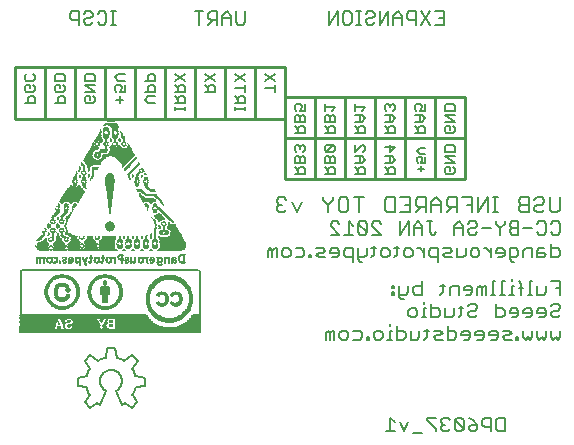
<source format=gbo>
G75*
G70*
%OFA0B0*%
%FSLAX24Y24*%
%IPPOS*%
%LPD*%
%AMOC8*
5,1,8,0,0,1.08239X$1,22.5*
%
%ADD10C,0.0050*%
%ADD11C,0.0060*%
%ADD12C,0.0070*%
%ADD13C,0.0100*%
%ADD14R,0.0150X0.0010*%
%ADD15R,0.0070X0.0010*%
%ADD16R,0.0160X0.0010*%
%ADD17R,0.0080X0.0010*%
%ADD18R,0.0170X0.0010*%
%ADD19R,0.0090X0.0010*%
%ADD20R,0.0040X0.0010*%
%ADD21R,0.0100X0.0010*%
%ADD22R,0.0010X0.0010*%
%ADD23R,0.0060X0.0010*%
%ADD24R,0.0130X0.0010*%
%ADD25R,0.0050X0.0010*%
%ADD26R,0.0110X0.0010*%
%ADD27R,0.0140X0.0010*%
%ADD28R,0.0120X0.0010*%
%ADD29R,0.0190X0.0010*%
%ADD30R,0.0180X0.0010*%
%ADD31R,0.0210X0.0010*%
%ADD32R,0.0220X0.0010*%
%ADD33R,0.0200X0.0010*%
%ADD34R,0.0030X0.0010*%
%ADD35R,0.0020X0.0010*%
%ADD36R,0.0310X0.0010*%
%ADD37R,0.0780X0.0010*%
%ADD38R,0.1640X0.0010*%
%ADD39R,0.0380X0.0010*%
%ADD40R,0.0260X0.0010*%
%ADD41R,0.0800X0.0010*%
%ADD42R,0.1610X0.0010*%
%ADD43R,0.0360X0.0010*%
%ADD44R,0.0290X0.0010*%
%ADD45R,0.0820X0.0010*%
%ADD46R,0.1590X0.0010*%
%ADD47R,0.0340X0.0010*%
%ADD48R,0.0840X0.0010*%
%ADD49R,0.1570X0.0010*%
%ADD50R,0.0330X0.0010*%
%ADD51R,0.0320X0.0010*%
%ADD52R,0.1550X0.0010*%
%ADD53R,0.0300X0.0010*%
%ADD54R,0.0850X0.0010*%
%ADD55R,0.1080X0.0010*%
%ADD56R,0.0520X0.0010*%
%ADD57R,0.0450X0.0010*%
%ADD58R,0.0420X0.0010*%
%ADD59R,0.0540X0.0010*%
%ADD60R,0.0410X0.0010*%
%ADD61R,0.0430X0.0010*%
%ADD62R,0.0860X0.0010*%
%ADD63R,0.0530X0.0010*%
%ADD64R,0.0390X0.0010*%
%ADD65R,0.0510X0.0010*%
%ADD66R,0.0400X0.0010*%
%ADD67R,0.0500X0.0010*%
%ADD68R,0.0480X0.0010*%
%ADD69R,0.0370X0.0010*%
%ADD70R,0.0440X0.0010*%
%ADD71R,0.0870X0.0010*%
%ADD72R,0.0350X0.0010*%
%ADD73R,0.0490X0.0010*%
%ADD74R,0.0230X0.0010*%
%ADD75R,0.0270X0.0010*%
%ADD76R,0.0240X0.0010*%
%ADD77R,0.0830X0.0010*%
%ADD78R,0.0280X0.0010*%
%ADD79R,0.0810X0.0010*%
%ADD80R,0.0470X0.0010*%
%ADD81R,0.0250X0.0010*%
%ADD82R,0.0460X0.0010*%
%ADD83R,0.0640X0.0010*%
%ADD84R,0.0630X0.0010*%
%ADD85R,0.0620X0.0010*%
%ADD86R,0.0610X0.0010*%
%ADD87R,0.0590X0.0010*%
%ADD88R,0.0580X0.0010*%
%ADD89R,0.0560X0.0010*%
%ADD90R,0.0550X0.0010*%
%ADD91R,0.0570X0.0010*%
%ADD92R,0.0650X0.0010*%
%ADD93R,0.0680X0.0010*%
%ADD94R,0.0720X0.0010*%
%ADD95R,0.1060X0.0010*%
%ADD96R,0.1070X0.0010*%
%ADD97R,0.1050X0.0010*%
%ADD98R,0.0920X0.0010*%
%ADD99R,0.0890X0.0010*%
%ADD100R,0.0770X0.0010*%
%ADD101R,0.0760X0.0010*%
%ADD102R,0.0750X0.0010*%
%ADD103R,0.0740X0.0010*%
%ADD104R,0.0730X0.0010*%
%ADD105R,0.6015X0.0015*%
%ADD106R,0.6045X0.0015*%
%ADD107R,0.4395X0.0015*%
%ADD108R,0.1620X0.0015*%
%ADD109R,0.2865X0.0015*%
%ADD110R,0.0210X0.0015*%
%ADD111R,0.0975X0.0015*%
%ADD112R,0.0075X0.0015*%
%ADD113R,0.0165X0.0015*%
%ADD114R,0.1170X0.0015*%
%ADD115R,0.0180X0.0015*%
%ADD116R,0.0945X0.0015*%
%ADD117R,0.0045X0.0015*%
%ADD118R,0.1035X0.0015*%
%ADD119R,0.1785X0.0015*%
%ADD120R,0.0930X0.0015*%
%ADD121R,0.0150X0.0015*%
%ADD122R,0.0885X0.0015*%
%ADD123R,0.1650X0.0015*%
%ADD124R,0.0060X0.0015*%
%ADD125R,0.0030X0.0015*%
%ADD126R,0.0135X0.0015*%
%ADD127R,0.1185X0.0015*%
%ADD128R,0.0810X0.0015*%
%ADD129R,0.1575X0.0015*%
%ADD130R,0.0120X0.0015*%
%ADD131R,0.0915X0.0015*%
%ADD132R,0.0765X0.0015*%
%ADD133R,0.1530X0.0015*%
%ADD134R,0.1200X0.0015*%
%ADD135R,0.0735X0.0015*%
%ADD136R,0.1485X0.0015*%
%ADD137R,0.0690X0.0015*%
%ADD138R,0.1455X0.0015*%
%ADD139R,0.1110X0.0015*%
%ADD140R,0.0660X0.0015*%
%ADD141R,0.1425X0.0015*%
%ADD142R,0.1080X0.0015*%
%ADD143R,0.1215X0.0015*%
%ADD144R,0.0630X0.0015*%
%ADD145R,0.1395X0.0015*%
%ADD146R,0.0090X0.0015*%
%ADD147R,0.1020X0.0015*%
%ADD148R,0.0600X0.0015*%
%ADD149R,0.1365X0.0015*%
%ADD150R,0.0960X0.0015*%
%ADD151R,0.0585X0.0015*%
%ADD152R,0.1335X0.0015*%
%ADD153R,0.1230X0.0015*%
%ADD154R,0.0555X0.0015*%
%ADD155R,0.1320X0.0015*%
%ADD156R,0.0540X0.0015*%
%ADD157R,0.1290X0.0015*%
%ADD158R,0.0885X0.0015*%
%ADD159R,0.0225X0.0015*%
%ADD160R,0.1245X0.0015*%
%ADD161R,0.0510X0.0015*%
%ADD162R,0.0300X0.0015*%
%ADD163R,0.1275X0.0015*%
%ADD164R,0.0105X0.0015*%
%ADD165R,0.0270X0.0015*%
%ADD166R,0.0015X0.0015*%
%ADD167R,0.0495X0.0015*%
%ADD168R,0.0435X0.0015*%
%ADD169R,0.1260X0.0015*%
%ADD170R,0.0855X0.0015*%
%ADD171R,0.0480X0.0015*%
%ADD172R,0.0525X0.0015*%
%ADD173R,0.0465X0.0015*%
%ADD174R,0.0600X0.0015*%
%ADD175R,0.0450X0.0015*%
%ADD176R,0.0675X0.0015*%
%ADD177R,0.0840X0.0015*%
%ADD178R,0.0420X0.0015*%
%ADD179R,0.0735X0.0015*%
%ADD180R,0.0405X0.0015*%
%ADD181R,0.0780X0.0015*%
%ADD182R,0.0825X0.0015*%
%ADD183R,0.1155X0.0015*%
%ADD184R,0.0195X0.0015*%
%ADD185R,0.0390X0.0015*%
%ADD186R,0.2670X0.0015*%
%ADD187R,0.0375X0.0015*%
%ADD188R,0.4320X0.0015*%
%ADD189R,0.0360X0.0015*%
%ADD190R,0.0330X0.0015*%
%ADD191R,0.4305X0.0015*%
%ADD192R,0.0345X0.0015*%
%ADD193R,0.4290X0.0015*%
%ADD194R,0.0330X0.0015*%
%ADD195R,0.4275X0.0015*%
%ADD196R,0.0255X0.0015*%
%ADD197R,0.4260X0.0015*%
%ADD198R,0.0315X0.0015*%
%ADD199R,0.0240X0.0015*%
%ADD200R,0.0300X0.0015*%
%ADD201R,0.4245X0.0015*%
%ADD202R,0.0285X0.0015*%
%ADD203R,0.4230X0.0015*%
%ADD204R,0.0270X0.0015*%
%ADD205R,0.4215X0.0015*%
%ADD206R,0.0060X0.0015*%
%ADD207R,0.0360X0.0015*%
%ADD208R,0.0450X0.0015*%
%ADD209R,0.0510X0.0015*%
%ADD210R,0.0570X0.0015*%
%ADD211R,0.0555X0.0015*%
%ADD212R,0.0615X0.0015*%
%ADD213R,0.0660X0.0015*%
%ADD214R,0.0345X0.0015*%
%ADD215R,0.0390X0.0015*%
%ADD216R,0.0315X0.0015*%
%ADD217R,0.0420X0.0015*%
%ADD218R,0.0465X0.0015*%
%ADD219R,0.0375X0.0015*%
%ADD220R,0.0285X0.0015*%
%ADD221R,0.0405X0.0015*%
%ADD222R,0.0870X0.0015*%
%ADD223R,0.0720X0.0015*%
%ADD224R,0.0645X0.0015*%
%ADD225R,0.0585X0.0015*%
%ADD226R,0.0495X0.0015*%
%ADD227R,0.0540X0.0015*%
%ADD228R,0.0480X0.0015*%
%ADD229R,0.6015X0.0015*%
%ADD230R,0.5985X0.0015*%
%ADD231R,0.5955X0.0015*%
%ADD232R,0.5895X0.0015*%
D10*
X018019Y013552D02*
X018370Y013552D01*
X018370Y013727D01*
X018311Y013786D01*
X018194Y013786D01*
X018136Y013727D01*
X018136Y013552D01*
X018136Y013669D02*
X018019Y013786D01*
X018019Y013921D02*
X018019Y014096D01*
X018078Y014154D01*
X018136Y014154D01*
X018194Y014096D01*
X018194Y013921D01*
X018194Y014096D02*
X018253Y014154D01*
X018311Y014154D01*
X018370Y014096D01*
X018370Y013921D01*
X018019Y013921D01*
X018078Y014289D02*
X018019Y014347D01*
X018019Y014464D01*
X018078Y014522D01*
X018136Y014522D01*
X018194Y014464D01*
X018194Y014406D01*
X018194Y014464D02*
X018253Y014522D01*
X018311Y014522D01*
X018370Y014464D01*
X018370Y014347D01*
X018311Y014289D01*
X018370Y014927D02*
X018019Y014927D01*
X018136Y014927D02*
X018136Y015102D01*
X018194Y015161D01*
X018311Y015161D01*
X018370Y015102D01*
X018370Y014927D01*
X018136Y015044D02*
X018019Y015161D01*
X018019Y015296D02*
X018019Y015471D01*
X018078Y015529D01*
X018136Y015529D01*
X018194Y015471D01*
X018194Y015296D01*
X018194Y015471D02*
X018253Y015529D01*
X018311Y015529D01*
X018370Y015471D01*
X018370Y015296D01*
X018019Y015296D01*
X018078Y015664D02*
X018019Y015722D01*
X018019Y015839D01*
X018078Y015897D01*
X018194Y015897D01*
X018253Y015839D01*
X018253Y015781D01*
X018194Y015664D01*
X018370Y015664D01*
X018370Y015897D01*
X019019Y015897D02*
X019019Y015664D01*
X019019Y015781D02*
X019370Y015781D01*
X019253Y015664D01*
X019253Y015529D02*
X019194Y015471D01*
X019194Y015296D01*
X019194Y015161D02*
X019136Y015102D01*
X019136Y014927D01*
X019019Y014927D02*
X019370Y014927D01*
X019370Y015102D01*
X019311Y015161D01*
X019194Y015161D01*
X019136Y015044D02*
X019019Y015161D01*
X019019Y015296D02*
X019019Y015471D01*
X019078Y015529D01*
X019136Y015529D01*
X019194Y015471D01*
X019253Y015529D02*
X019311Y015529D01*
X019370Y015471D01*
X019370Y015296D01*
X019019Y015296D01*
X019078Y014522D02*
X019019Y014464D01*
X019019Y014347D01*
X019078Y014289D01*
X019311Y014522D01*
X019078Y014522D01*
X019078Y014289D02*
X019311Y014289D01*
X019370Y014347D01*
X019370Y014464D01*
X019311Y014522D01*
X019311Y014154D02*
X019253Y014154D01*
X019194Y014096D01*
X019194Y013921D01*
X019194Y013786D02*
X019136Y013727D01*
X019136Y013552D01*
X019019Y013552D02*
X019370Y013552D01*
X019370Y013727D01*
X019311Y013786D01*
X019194Y013786D01*
X019136Y013669D02*
X019019Y013786D01*
X019019Y013921D02*
X019019Y014096D01*
X019078Y014154D01*
X019136Y014154D01*
X019194Y014096D01*
X019311Y014154D02*
X019370Y014096D01*
X019370Y013921D01*
X019019Y013921D01*
X020019Y013921D02*
X020253Y013921D01*
X020370Y014037D01*
X020253Y014154D01*
X020019Y014154D01*
X020019Y014289D02*
X020253Y014522D01*
X020311Y014522D01*
X020370Y014464D01*
X020370Y014347D01*
X020311Y014289D01*
X020194Y014154D02*
X020194Y013921D01*
X020194Y013786D02*
X020136Y013727D01*
X020136Y013552D01*
X020019Y013552D02*
X020370Y013552D01*
X020370Y013727D01*
X020311Y013786D01*
X020194Y013786D01*
X020136Y013669D02*
X020019Y013786D01*
X020019Y014289D02*
X020019Y014522D01*
X020019Y014927D02*
X020370Y014927D01*
X020370Y015102D01*
X020311Y015161D01*
X020194Y015161D01*
X020136Y015102D01*
X020136Y014927D01*
X020136Y015044D02*
X020019Y015161D01*
X020019Y015296D02*
X020253Y015296D01*
X020370Y015412D01*
X020253Y015529D01*
X020019Y015529D01*
X020019Y015664D02*
X020019Y015897D01*
X020019Y015781D02*
X020370Y015781D01*
X020253Y015664D01*
X020194Y015529D02*
X020194Y015296D01*
X021019Y015296D02*
X021253Y015296D01*
X021370Y015412D01*
X021253Y015529D01*
X021019Y015529D01*
X021078Y015664D02*
X021019Y015722D01*
X021019Y015839D01*
X021078Y015897D01*
X021136Y015897D01*
X021194Y015839D01*
X021194Y015781D01*
X021194Y015839D02*
X021253Y015897D01*
X021311Y015897D01*
X021370Y015839D01*
X021370Y015722D01*
X021311Y015664D01*
X021194Y015529D02*
X021194Y015296D01*
X021194Y015161D02*
X021136Y015102D01*
X021136Y014927D01*
X021019Y014927D02*
X021370Y014927D01*
X021370Y015102D01*
X021311Y015161D01*
X021194Y015161D01*
X021136Y015044D02*
X021019Y015161D01*
X021194Y014522D02*
X021194Y014289D01*
X021370Y014464D01*
X021019Y014464D01*
X021019Y014154D02*
X021253Y014154D01*
X021370Y014037D01*
X021253Y013921D01*
X021019Y013921D01*
X021019Y013786D02*
X021136Y013669D01*
X021136Y013727D02*
X021136Y013552D01*
X021019Y013552D02*
X021370Y013552D01*
X021370Y013727D01*
X021311Y013786D01*
X021194Y013786D01*
X021136Y013727D01*
X021194Y013921D02*
X021194Y014154D01*
X022099Y014078D02*
X022099Y013988D01*
X022144Y013943D01*
X022234Y013943D02*
X022279Y014033D01*
X022279Y014078D01*
X022234Y014123D01*
X022144Y014123D01*
X022099Y014078D01*
X022189Y014238D02*
X022099Y014328D01*
X022189Y014418D01*
X022369Y014418D01*
X022369Y014238D02*
X022189Y014238D01*
X022369Y014123D02*
X022369Y013943D01*
X022234Y013943D01*
X022234Y013828D02*
X022234Y013648D01*
X022324Y013738D02*
X022144Y013738D01*
X023019Y013727D02*
X023019Y013611D01*
X023078Y013552D01*
X023311Y013552D01*
X023370Y013611D01*
X023370Y013727D01*
X023311Y013786D01*
X023194Y013786D02*
X023194Y013669D01*
X023194Y013786D02*
X023078Y013786D01*
X023019Y013727D01*
X023019Y013921D02*
X023370Y013921D01*
X023019Y014154D01*
X023370Y014154D01*
X023370Y014289D02*
X023019Y014289D01*
X023019Y014464D01*
X023078Y014522D01*
X023311Y014522D01*
X023370Y014464D01*
X023370Y014289D01*
X023311Y014927D02*
X023078Y014927D01*
X023019Y014986D01*
X023019Y015102D01*
X023078Y015161D01*
X023194Y015161D01*
X023194Y015044D01*
X023311Y015161D02*
X023370Y015102D01*
X023370Y014986D01*
X023311Y014927D01*
X023370Y015296D02*
X023019Y015296D01*
X023019Y015529D02*
X023370Y015529D01*
X023370Y015664D02*
X023370Y015839D01*
X023311Y015897D01*
X023078Y015897D01*
X023019Y015839D01*
X023019Y015664D01*
X023370Y015664D01*
X023370Y015296D02*
X023019Y015529D01*
X022370Y015412D02*
X022253Y015529D01*
X022019Y015529D01*
X022078Y015664D02*
X022019Y015722D01*
X022019Y015839D01*
X022078Y015897D01*
X022194Y015897D01*
X022253Y015839D01*
X022253Y015781D01*
X022194Y015664D01*
X022370Y015664D01*
X022370Y015897D01*
X022194Y015529D02*
X022194Y015296D01*
X022253Y015296D02*
X022370Y015412D01*
X022253Y015296D02*
X022019Y015296D01*
X022019Y015161D02*
X022136Y015044D01*
X022136Y015102D02*
X022136Y014927D01*
X022019Y014927D02*
X022370Y014927D01*
X022370Y015102D01*
X022311Y015161D01*
X022194Y015161D01*
X022136Y015102D01*
X017370Y016296D02*
X017370Y016529D01*
X017370Y016412D02*
X017019Y016412D01*
X017019Y016664D02*
X017370Y016897D01*
X017370Y016664D02*
X017019Y016897D01*
X016370Y016897D02*
X016019Y016664D01*
X016019Y016897D02*
X016370Y016664D01*
X016370Y016529D02*
X016370Y016296D01*
X016370Y016412D02*
X016019Y016412D01*
X016019Y016161D02*
X016136Y016044D01*
X016136Y016102D02*
X016136Y015927D01*
X016019Y015927D02*
X016370Y015927D01*
X016370Y016102D01*
X016311Y016161D01*
X016194Y016161D01*
X016136Y016102D01*
X016019Y015798D02*
X016019Y015682D01*
X016019Y015740D02*
X016370Y015740D01*
X016370Y015682D02*
X016370Y015798D01*
X015370Y016296D02*
X015370Y016471D01*
X015311Y016529D01*
X015194Y016529D01*
X015136Y016471D01*
X015136Y016296D01*
X015136Y016412D02*
X015019Y016529D01*
X015019Y016664D02*
X015370Y016897D01*
X015370Y016664D02*
X015019Y016897D01*
X015019Y016296D02*
X015370Y016296D01*
X014370Y016296D02*
X014370Y016471D01*
X014311Y016529D01*
X014194Y016529D01*
X014136Y016471D01*
X014136Y016296D01*
X014136Y016412D02*
X014019Y016529D01*
X014019Y016664D02*
X014370Y016897D01*
X014370Y016664D02*
X014019Y016897D01*
X014019Y016296D02*
X014370Y016296D01*
X014311Y016161D02*
X014194Y016161D01*
X014136Y016102D01*
X014136Y015927D01*
X014019Y015927D02*
X014370Y015927D01*
X014370Y016102D01*
X014311Y016161D01*
X014136Y016044D02*
X014019Y016161D01*
X014019Y015798D02*
X014019Y015682D01*
X014019Y015740D02*
X014370Y015740D01*
X014370Y015682D02*
X014370Y015798D01*
X013370Y015927D02*
X013136Y015927D01*
X013019Y016044D01*
X013136Y016161D01*
X013370Y016161D01*
X013370Y016296D02*
X013019Y016296D01*
X013136Y016296D02*
X013136Y016471D01*
X013194Y016529D01*
X013311Y016529D01*
X013370Y016471D01*
X013370Y016296D01*
X013370Y016664D02*
X013019Y016664D01*
X013136Y016664D02*
X013136Y016839D01*
X013194Y016897D01*
X013311Y016897D01*
X013370Y016839D01*
X013370Y016664D01*
X012370Y016664D02*
X012136Y016664D01*
X012019Y016781D01*
X012136Y016897D01*
X012370Y016897D01*
X012370Y016529D02*
X012370Y016296D01*
X012194Y016296D01*
X012253Y016412D01*
X012253Y016471D01*
X012194Y016529D01*
X012078Y016529D01*
X012019Y016471D01*
X012019Y016354D01*
X012078Y016296D01*
X012194Y016161D02*
X012194Y015927D01*
X012078Y016044D02*
X012311Y016044D01*
X011370Y016102D02*
X011370Y015986D01*
X011311Y015927D01*
X011078Y015927D01*
X011019Y015986D01*
X011019Y016102D01*
X011078Y016161D01*
X011194Y016161D01*
X011194Y016044D01*
X011311Y016161D02*
X011370Y016102D01*
X011370Y016296D02*
X011019Y016296D01*
X011019Y016529D02*
X011370Y016529D01*
X011370Y016664D02*
X011370Y016839D01*
X011311Y016897D01*
X011078Y016897D01*
X011019Y016839D01*
X011019Y016664D01*
X011370Y016664D01*
X011370Y016296D02*
X011019Y016529D01*
X010370Y016471D02*
X010370Y016354D01*
X010311Y016296D01*
X010078Y016296D01*
X010019Y016354D01*
X010019Y016471D01*
X010078Y016529D01*
X010194Y016529D01*
X010194Y016412D01*
X010311Y016529D02*
X010370Y016471D01*
X010370Y016664D02*
X010370Y016839D01*
X010311Y016897D01*
X010078Y016897D01*
X010019Y016839D01*
X010019Y016664D01*
X010370Y016664D01*
X010311Y016161D02*
X010194Y016161D01*
X010136Y016102D01*
X010136Y015927D01*
X010019Y015927D02*
X010370Y015927D01*
X010370Y016102D01*
X010311Y016161D01*
X009370Y016102D02*
X009370Y015927D01*
X009019Y015927D01*
X009136Y015927D02*
X009136Y016102D01*
X009194Y016161D01*
X009311Y016161D01*
X009370Y016102D01*
X009311Y016296D02*
X009078Y016296D01*
X009019Y016354D01*
X009019Y016471D01*
X009078Y016529D01*
X009194Y016529D01*
X009194Y016412D01*
X009311Y016296D02*
X009370Y016354D01*
X009370Y016471D01*
X009311Y016529D01*
X009311Y016664D02*
X009078Y016664D01*
X009019Y016722D01*
X009019Y016839D01*
X009078Y016897D01*
X009311Y016897D02*
X009370Y016839D01*
X009370Y016722D01*
X009311Y016664D01*
D11*
X010604Y018684D02*
X010824Y018684D01*
X010824Y018537D02*
X010824Y018978D01*
X010604Y018978D01*
X010531Y018904D01*
X010531Y018757D01*
X010604Y018684D01*
X010991Y018684D02*
X011064Y018757D01*
X011211Y018757D01*
X011285Y018831D01*
X011285Y018904D01*
X011211Y018978D01*
X011064Y018978D01*
X010991Y018904D01*
X010991Y018684D02*
X010991Y018611D01*
X011064Y018537D01*
X011211Y018537D01*
X011285Y018611D01*
X011451Y018611D02*
X011525Y018537D01*
X011672Y018537D01*
X011745Y018611D01*
X011745Y018904D01*
X011672Y018978D01*
X011525Y018978D01*
X011451Y018904D01*
X011905Y018978D02*
X012052Y018978D01*
X011978Y018978D02*
X011978Y018537D01*
X011905Y018537D02*
X012052Y018537D01*
X014690Y018978D02*
X014983Y018978D01*
X014836Y018978D02*
X014836Y018537D01*
X015150Y018537D02*
X015297Y018684D01*
X015223Y018684D02*
X015444Y018684D01*
X015444Y018537D02*
X015444Y018978D01*
X015223Y018978D01*
X015150Y018904D01*
X015150Y018757D01*
X015223Y018684D01*
X015610Y018757D02*
X015904Y018757D01*
X015904Y018831D02*
X015757Y018978D01*
X015610Y018831D01*
X015610Y018537D01*
X015904Y018537D02*
X015904Y018831D01*
X016071Y018978D02*
X016071Y018611D01*
X016144Y018537D01*
X016291Y018537D01*
X016364Y018611D01*
X016364Y018978D01*
X019166Y018978D02*
X019166Y018537D01*
X019460Y018978D01*
X019460Y018537D01*
X019627Y018611D02*
X019627Y018904D01*
X019700Y018978D01*
X019847Y018978D01*
X019920Y018904D01*
X019920Y018611D01*
X019847Y018537D01*
X019700Y018537D01*
X019627Y018611D01*
X020080Y018537D02*
X020227Y018537D01*
X020154Y018537D02*
X020154Y018978D01*
X020227Y018978D02*
X020080Y018978D01*
X020394Y018904D02*
X020467Y018978D01*
X020614Y018978D01*
X020688Y018904D01*
X020688Y018831D01*
X020614Y018757D01*
X020467Y018757D01*
X020394Y018684D01*
X020394Y018611D01*
X020467Y018537D01*
X020614Y018537D01*
X020688Y018611D01*
X020854Y018537D02*
X020854Y018978D01*
X021148Y018978D02*
X020854Y018537D01*
X021148Y018537D02*
X021148Y018978D01*
X021315Y018831D02*
X021315Y018537D01*
X021315Y018757D02*
X021608Y018757D01*
X021608Y018831D02*
X021461Y018978D01*
X021315Y018831D01*
X021608Y018831D02*
X021608Y018537D01*
X021775Y018757D02*
X021848Y018684D01*
X022069Y018684D01*
X022069Y018537D02*
X022069Y018978D01*
X021848Y018978D01*
X021775Y018904D01*
X021775Y018757D01*
X022235Y018537D02*
X022529Y018978D01*
X022696Y018978D02*
X022989Y018978D01*
X022989Y018537D01*
X022696Y018537D01*
X022529Y018537D02*
X022235Y018978D01*
X022843Y018757D02*
X022989Y018757D01*
X022593Y011978D02*
X022446Y011978D01*
X022519Y011978D02*
X022519Y011611D01*
X022593Y011537D01*
X022666Y011537D01*
X022739Y011611D01*
X022279Y011537D02*
X022279Y011831D01*
X022132Y011978D01*
X021985Y011831D01*
X021985Y011537D01*
X021819Y011537D02*
X021819Y011978D01*
X021525Y011537D01*
X021525Y011978D01*
X021985Y011757D02*
X022279Y011757D01*
X022338Y011081D02*
X022338Y010787D01*
X022338Y010934D02*
X022191Y011081D01*
X022117Y011081D01*
X021954Y011007D02*
X021954Y010861D01*
X021881Y010787D01*
X021734Y010787D01*
X021660Y010861D01*
X021660Y011007D01*
X021734Y011081D01*
X021881Y011081D01*
X021954Y011007D01*
X021494Y011081D02*
X021347Y011081D01*
X021420Y011154D02*
X021420Y010861D01*
X021347Y010787D01*
X021187Y010861D02*
X021187Y011007D01*
X021113Y011081D01*
X020966Y011081D01*
X020893Y011007D01*
X020893Y010861D01*
X020966Y010787D01*
X021113Y010787D01*
X021187Y010861D01*
X020726Y011081D02*
X020580Y011081D01*
X020653Y011154D02*
X020653Y010861D01*
X020580Y010787D01*
X020419Y010861D02*
X020419Y011081D01*
X020419Y010861D02*
X020346Y010787D01*
X020126Y010787D01*
X020126Y010714D02*
X020199Y010640D01*
X020273Y010640D01*
X020126Y010714D02*
X020126Y011081D01*
X019959Y011081D02*
X019739Y011081D01*
X019665Y011007D01*
X019665Y010861D01*
X019739Y010787D01*
X019959Y010787D01*
X019959Y010640D02*
X019959Y011081D01*
X019977Y011537D02*
X019684Y011537D01*
X019830Y011537D02*
X019830Y011978D01*
X019977Y011831D01*
X020144Y011904D02*
X020438Y011611D01*
X020364Y011537D01*
X020217Y011537D01*
X020144Y011611D01*
X020144Y011904D01*
X020217Y011978D01*
X020364Y011978D01*
X020438Y011904D01*
X020438Y011611D01*
X020604Y011537D02*
X020898Y011537D01*
X020604Y011831D01*
X020604Y011904D01*
X020678Y011978D01*
X020825Y011978D01*
X020898Y011904D01*
X019517Y011904D02*
X019443Y011978D01*
X019297Y011978D01*
X019223Y011904D01*
X019223Y011831D01*
X019517Y011537D01*
X019223Y011537D01*
X019279Y011081D02*
X019205Y011007D01*
X019205Y010934D01*
X019499Y010934D01*
X019499Y010861D02*
X019499Y011007D01*
X019425Y011081D01*
X019279Y011081D01*
X019038Y011007D02*
X018965Y011081D01*
X018745Y011081D01*
X018818Y010934D02*
X018965Y010934D01*
X019038Y011007D01*
X019038Y010787D02*
X018818Y010787D01*
X018745Y010861D01*
X018818Y010934D01*
X018578Y010861D02*
X018505Y010861D01*
X018505Y010787D01*
X018578Y010787D01*
X018578Y010861D01*
X018348Y010861D02*
X018348Y011007D01*
X018274Y011081D01*
X018054Y011081D01*
X017887Y011007D02*
X017887Y010861D01*
X017814Y010787D01*
X017667Y010787D01*
X017594Y010861D01*
X017594Y011007D01*
X017667Y011081D01*
X017814Y011081D01*
X017887Y011007D01*
X018054Y010787D02*
X018274Y010787D01*
X018348Y010861D01*
X017427Y010787D02*
X017427Y011081D01*
X017354Y011081D01*
X017280Y011007D01*
X017207Y011081D01*
X017134Y011007D01*
X017134Y010787D01*
X017280Y010787D02*
X017280Y011007D01*
X019279Y010787D02*
X019425Y010787D01*
X019499Y010861D01*
X021267Y009831D02*
X021267Y009757D01*
X021340Y009757D01*
X021340Y009831D01*
X021267Y009831D01*
X021267Y009611D02*
X021267Y009537D01*
X021340Y009537D01*
X021340Y009611D01*
X021267Y009611D01*
X021507Y009537D02*
X021727Y009537D01*
X021801Y009611D01*
X021801Y009831D01*
X021967Y009757D02*
X021967Y009611D01*
X022041Y009537D01*
X022261Y009537D01*
X022261Y009978D01*
X022261Y009831D02*
X022041Y009831D01*
X021967Y009757D01*
X021507Y009831D02*
X021507Y009464D01*
X021580Y009390D01*
X021654Y009390D01*
X021887Y009081D02*
X021814Y009007D01*
X021814Y008861D01*
X021887Y008787D01*
X022034Y008787D01*
X022107Y008861D01*
X022107Y009007D01*
X022034Y009081D01*
X021887Y009081D01*
X022341Y009081D02*
X022341Y008787D01*
X022414Y008787D02*
X022267Y008787D01*
X022341Y009081D02*
X022414Y009081D01*
X022341Y009228D02*
X022341Y009301D01*
X022581Y009228D02*
X022581Y008787D01*
X022801Y008787D01*
X022875Y008861D01*
X022875Y009007D01*
X022801Y009081D01*
X022581Y009081D01*
X023041Y009081D02*
X023041Y008787D01*
X023262Y008787D01*
X023335Y008861D01*
X023335Y009081D01*
X023495Y009081D02*
X023642Y009081D01*
X023568Y009154D02*
X023568Y008861D01*
X023495Y008787D01*
X023809Y008861D02*
X023882Y008787D01*
X024029Y008787D01*
X024102Y008861D01*
X024029Y009007D02*
X023882Y009007D01*
X023809Y008934D01*
X023809Y008861D01*
X024029Y009007D02*
X024102Y009081D01*
X024102Y009154D01*
X024029Y009228D01*
X023882Y009228D01*
X023809Y009154D01*
X023875Y009537D02*
X023729Y009537D01*
X023875Y009537D02*
X023949Y009611D01*
X023949Y009757D01*
X023875Y009831D01*
X023729Y009831D01*
X023655Y009757D01*
X023655Y009684D01*
X023949Y009684D01*
X024116Y009757D02*
X024116Y009537D01*
X024262Y009537D02*
X024262Y009757D01*
X024189Y009831D01*
X024116Y009757D01*
X024262Y009757D02*
X024336Y009831D01*
X024409Y009831D01*
X024409Y009537D01*
X024569Y009537D02*
X024716Y009537D01*
X024643Y009537D02*
X024643Y009978D01*
X024716Y009978D01*
X024950Y009978D02*
X024950Y009537D01*
X025023Y009537D02*
X024876Y009537D01*
X025183Y009537D02*
X025330Y009537D01*
X025256Y009537D02*
X025256Y009831D01*
X025330Y009831D01*
X025256Y009978D02*
X025256Y010051D01*
X025023Y009978D02*
X024950Y009978D01*
X025490Y009978D02*
X025563Y009904D01*
X025563Y009537D01*
X025490Y009757D02*
X025637Y009757D01*
X025797Y009537D02*
X025944Y009537D01*
X025870Y009537D02*
X025870Y009978D01*
X025944Y009978D01*
X026110Y009831D02*
X026110Y009537D01*
X026331Y009537D01*
X026404Y009611D01*
X026404Y009831D01*
X026571Y009978D02*
X026864Y009978D01*
X026864Y009537D01*
X026864Y009757D02*
X026718Y009757D01*
X026791Y009228D02*
X026864Y009154D01*
X026864Y009081D01*
X026791Y009007D01*
X026644Y009007D01*
X026571Y008934D01*
X026571Y008861D01*
X026644Y008787D01*
X026791Y008787D01*
X026864Y008861D01*
X026571Y009154D02*
X026644Y009228D01*
X026791Y009228D01*
X026404Y009007D02*
X026331Y009081D01*
X026184Y009081D01*
X026110Y009007D01*
X026110Y008934D01*
X026404Y008934D01*
X026404Y008861D02*
X026404Y009007D01*
X026404Y008861D02*
X026331Y008787D01*
X026184Y008787D01*
X025944Y008861D02*
X025944Y009007D01*
X025870Y009081D01*
X025723Y009081D01*
X025650Y009007D01*
X025650Y008934D01*
X025944Y008934D01*
X025944Y008861D02*
X025870Y008787D01*
X025723Y008787D01*
X025483Y008861D02*
X025483Y009007D01*
X025410Y009081D01*
X025263Y009081D01*
X025190Y009007D01*
X025190Y008934D01*
X025483Y008934D01*
X025483Y008861D02*
X025410Y008787D01*
X025263Y008787D01*
X025023Y008861D02*
X025023Y009007D01*
X024950Y009081D01*
X024729Y009081D01*
X024729Y009228D02*
X024729Y008787D01*
X024950Y008787D01*
X025023Y008861D01*
X024960Y008331D02*
X025180Y008331D01*
X025253Y008257D01*
X025180Y008184D01*
X025033Y008184D01*
X024960Y008111D01*
X025033Y008037D01*
X025253Y008037D01*
X025410Y008037D02*
X025483Y008037D01*
X025483Y008111D01*
X025410Y008111D01*
X025410Y008037D01*
X025650Y008111D02*
X025650Y008331D01*
X025650Y008111D02*
X025723Y008037D01*
X025797Y008111D01*
X025870Y008037D01*
X025944Y008111D01*
X025944Y008331D01*
X026110Y008331D02*
X026110Y008111D01*
X026184Y008037D01*
X026257Y008111D01*
X026331Y008037D01*
X026404Y008111D01*
X026404Y008331D01*
X026571Y008331D02*
X026571Y008111D01*
X026644Y008037D01*
X026718Y008111D01*
X026791Y008037D01*
X026864Y008111D01*
X026864Y008331D01*
X024793Y008257D02*
X024793Y008111D01*
X024719Y008037D01*
X024573Y008037D01*
X024499Y008184D02*
X024793Y008184D01*
X024793Y008257D02*
X024719Y008331D01*
X024573Y008331D01*
X024499Y008257D01*
X024499Y008184D01*
X024332Y008184D02*
X024039Y008184D01*
X024039Y008257D01*
X024112Y008331D01*
X024259Y008331D01*
X024332Y008257D01*
X024332Y008111D01*
X024259Y008037D01*
X024112Y008037D01*
X023872Y008111D02*
X023872Y008257D01*
X023799Y008331D01*
X023652Y008331D01*
X023578Y008257D01*
X023578Y008184D01*
X023872Y008184D01*
X023872Y008111D02*
X023799Y008037D01*
X023652Y008037D01*
X023412Y008111D02*
X023412Y008257D01*
X023338Y008331D01*
X023118Y008331D01*
X023118Y008478D02*
X023118Y008037D01*
X023338Y008037D01*
X023412Y008111D01*
X022951Y008037D02*
X022731Y008037D01*
X022658Y008111D01*
X022731Y008184D01*
X022878Y008184D01*
X022951Y008257D01*
X022878Y008331D01*
X022658Y008331D01*
X022491Y008331D02*
X022344Y008331D01*
X022418Y008404D02*
X022418Y008111D01*
X022344Y008037D01*
X022184Y008111D02*
X022111Y008037D01*
X021891Y008037D01*
X021891Y008331D01*
X021724Y008257D02*
X021724Y008111D01*
X021650Y008037D01*
X021430Y008037D01*
X021430Y008478D01*
X021430Y008331D02*
X021650Y008331D01*
X021724Y008257D01*
X021263Y008331D02*
X021190Y008331D01*
X021190Y008037D01*
X021263Y008037D02*
X021117Y008037D01*
X020956Y008111D02*
X020883Y008037D01*
X020736Y008037D01*
X020663Y008111D01*
X020663Y008257D01*
X020736Y008331D01*
X020883Y008331D01*
X020956Y008257D01*
X020956Y008111D01*
X021190Y008478D02*
X021190Y008551D01*
X020496Y008111D02*
X020423Y008111D01*
X020423Y008037D01*
X020496Y008037D01*
X020496Y008111D01*
X020266Y008111D02*
X020193Y008037D01*
X019972Y008037D01*
X019806Y008111D02*
X019806Y008257D01*
X019732Y008331D01*
X019585Y008331D01*
X019512Y008257D01*
X019512Y008111D01*
X019585Y008037D01*
X019732Y008037D01*
X019806Y008111D01*
X019972Y008331D02*
X020193Y008331D01*
X020266Y008257D01*
X020266Y008111D01*
X019345Y008037D02*
X019345Y008331D01*
X019272Y008331D01*
X019199Y008257D01*
X019125Y008331D01*
X019052Y008257D01*
X019052Y008037D01*
X019199Y008037D02*
X019199Y008257D01*
X022184Y008331D02*
X022184Y008111D01*
X022881Y009537D02*
X022955Y009611D01*
X022955Y009904D01*
X023028Y009831D02*
X022881Y009831D01*
X023195Y009757D02*
X023195Y009537D01*
X023195Y009757D02*
X023268Y009831D01*
X023488Y009831D01*
X023488Y009537D01*
X022798Y010640D02*
X022798Y011081D01*
X022578Y011081D01*
X022504Y011007D01*
X022504Y010861D01*
X022578Y010787D01*
X022798Y010787D01*
X022965Y010861D02*
X023038Y010934D01*
X023185Y010934D01*
X023258Y011007D01*
X023185Y011081D01*
X022965Y011081D01*
X022965Y010861D02*
X023038Y010787D01*
X023258Y010787D01*
X023425Y010787D02*
X023425Y011081D01*
X023719Y011081D02*
X023719Y010861D01*
X023645Y010787D01*
X023425Y010787D01*
X023885Y010861D02*
X023885Y011007D01*
X023959Y011081D01*
X024106Y011081D01*
X024179Y011007D01*
X024179Y010861D01*
X024106Y010787D01*
X023959Y010787D01*
X023885Y010861D01*
X024342Y011081D02*
X024416Y011081D01*
X024563Y010934D01*
X024563Y010787D02*
X024563Y011081D01*
X024729Y011007D02*
X024729Y010934D01*
X025023Y010934D01*
X025023Y010861D02*
X025023Y011007D01*
X024950Y011081D01*
X024803Y011081D01*
X024729Y011007D01*
X024803Y010787D02*
X024950Y010787D01*
X025023Y010861D01*
X025190Y010787D02*
X025410Y010787D01*
X025483Y010861D01*
X025483Y011007D01*
X025410Y011081D01*
X025190Y011081D01*
X025190Y010714D01*
X025263Y010640D01*
X025336Y010640D01*
X025650Y010787D02*
X025650Y011007D01*
X025723Y011081D01*
X025944Y011081D01*
X025944Y010787D01*
X026110Y010787D02*
X026110Y011007D01*
X026184Y011081D01*
X026331Y011081D01*
X026331Y010934D02*
X026110Y010934D01*
X026110Y010787D02*
X026331Y010787D01*
X026404Y010861D01*
X026331Y010934D01*
X026571Y011081D02*
X026791Y011081D01*
X026864Y011007D01*
X026864Y010861D01*
X026791Y010787D01*
X026571Y010787D01*
X026571Y011228D01*
X026644Y011537D02*
X026571Y011611D01*
X026644Y011537D02*
X026791Y011537D01*
X026864Y011611D01*
X026864Y011904D01*
X026791Y011978D01*
X026644Y011978D01*
X026571Y011904D01*
X026404Y011904D02*
X026404Y011611D01*
X026331Y011537D01*
X026184Y011537D01*
X026110Y011611D01*
X025944Y011757D02*
X025650Y011757D01*
X025483Y011757D02*
X025263Y011757D01*
X025190Y011684D01*
X025190Y011611D01*
X025263Y011537D01*
X025483Y011537D01*
X025483Y011978D01*
X025263Y011978D01*
X025190Y011904D01*
X025190Y011831D01*
X025263Y011757D01*
X025023Y011904D02*
X024876Y011757D01*
X024876Y011537D01*
X024876Y011757D02*
X024729Y011904D01*
X024729Y011978D01*
X024563Y011757D02*
X024269Y011757D01*
X024102Y011831D02*
X024029Y011757D01*
X023882Y011757D01*
X023809Y011684D01*
X023809Y011611D01*
X023882Y011537D01*
X024029Y011537D01*
X024102Y011611D01*
X024102Y011831D02*
X024102Y011904D01*
X024029Y011978D01*
X023882Y011978D01*
X023809Y011904D01*
X023642Y011831D02*
X023642Y011537D01*
X023642Y011757D02*
X023348Y011757D01*
X023348Y011831D02*
X023348Y011537D01*
X023348Y011831D02*
X023495Y011978D01*
X023642Y011831D01*
X025023Y011904D02*
X025023Y011978D01*
X026110Y011904D02*
X026184Y011978D01*
X026331Y011978D01*
X026404Y011904D01*
X025034Y005424D02*
X024813Y005424D01*
X024740Y005351D01*
X024740Y005057D01*
X024813Y004984D01*
X025034Y004984D01*
X025034Y005424D01*
X024573Y005424D02*
X024573Y004984D01*
X024573Y005131D02*
X024353Y005131D01*
X024280Y005204D01*
X024280Y005351D01*
X024353Y005424D01*
X024573Y005424D01*
X024113Y005204D02*
X023893Y005204D01*
X023819Y005131D01*
X023819Y005057D01*
X023893Y004984D01*
X024040Y004984D01*
X024113Y005057D01*
X024113Y005204D01*
X023966Y005351D01*
X023819Y005424D01*
X023653Y005351D02*
X023653Y005057D01*
X023359Y005351D01*
X023359Y005057D01*
X023432Y004984D01*
X023579Y004984D01*
X023653Y005057D01*
X023653Y005351D02*
X023579Y005424D01*
X023432Y005424D01*
X023359Y005351D01*
X023192Y005351D02*
X023119Y005424D01*
X022972Y005424D01*
X022899Y005351D01*
X022899Y005278D01*
X022972Y005204D01*
X022899Y005131D01*
X022899Y005057D01*
X022972Y004984D01*
X023119Y004984D01*
X023192Y005057D01*
X023045Y005204D02*
X022972Y005204D01*
X022732Y005057D02*
X022732Y004984D01*
X022732Y005057D02*
X022438Y005351D01*
X022438Y005424D01*
X022732Y005424D01*
X022271Y004911D02*
X021978Y004911D01*
X021664Y004984D02*
X021518Y005278D01*
X021351Y005278D02*
X021204Y005424D01*
X021204Y004984D01*
X021351Y004984D02*
X021057Y004984D01*
X021664Y004984D02*
X021811Y005278D01*
X013019Y006507D02*
X013019Y006767D01*
X012719Y006827D01*
X012609Y007077D02*
X012789Y007337D01*
X012599Y007517D01*
X012339Y007337D01*
X012089Y007437D02*
X012039Y007757D01*
X011769Y007757D01*
X011719Y007437D01*
X011469Y007337D02*
X011209Y007517D01*
X011019Y007337D01*
X011199Y007077D01*
X011089Y006827D02*
X010789Y006767D01*
X010789Y006507D01*
X011089Y006457D01*
X011189Y006187D02*
X011019Y005947D01*
X011209Y005757D01*
X011449Y005927D01*
X011549Y005867D01*
X011739Y006317D01*
X011189Y006187D02*
X011166Y006228D01*
X011145Y006271D01*
X011127Y006316D01*
X011112Y006361D01*
X011099Y006407D01*
X011089Y006454D01*
X011091Y006828D02*
X011106Y006880D01*
X011125Y006931D01*
X011147Y006981D01*
X011172Y007029D01*
X011201Y007076D01*
X011739Y006327D02*
X011706Y006345D01*
X011676Y006366D01*
X011647Y006390D01*
X011621Y006417D01*
X011599Y006446D01*
X011579Y006478D01*
X011562Y006511D01*
X011549Y006546D01*
X011540Y006582D01*
X011534Y006619D01*
X011532Y006656D01*
X011534Y006693D01*
X011539Y006730D01*
X011549Y006766D01*
X011561Y006801D01*
X011578Y006835D01*
X011597Y006866D01*
X011620Y006896D01*
X011646Y006923D01*
X011674Y006947D01*
X011705Y006968D01*
X011737Y006986D01*
X011771Y007001D01*
X011807Y007012D01*
X011843Y007020D01*
X011880Y007024D01*
X011918Y007024D01*
X011955Y007020D01*
X011991Y007012D01*
X012027Y007001D01*
X012061Y006986D01*
X012093Y006968D01*
X012124Y006947D01*
X012152Y006923D01*
X012178Y006896D01*
X012201Y006866D01*
X012220Y006835D01*
X012237Y006801D01*
X012249Y006766D01*
X012259Y006730D01*
X012264Y006693D01*
X012266Y006656D01*
X012264Y006619D01*
X012258Y006582D01*
X012249Y006546D01*
X012236Y006511D01*
X012219Y006478D01*
X012199Y006446D01*
X012177Y006417D01*
X012151Y006390D01*
X012122Y006366D01*
X012092Y006345D01*
X012059Y006327D01*
X012059Y006317D02*
X012259Y005867D01*
X012359Y005927D01*
X012599Y005757D01*
X012779Y005947D01*
X012619Y006187D01*
X012719Y006457D02*
X013019Y006507D01*
X012336Y007340D02*
X012291Y007365D01*
X012244Y007388D01*
X012196Y007407D01*
X012147Y007424D01*
X012097Y007437D01*
X012608Y007072D02*
X012635Y007026D01*
X012659Y006978D01*
X012680Y006929D01*
X012698Y006878D01*
X012712Y006827D01*
X012719Y006456D02*
X012706Y006400D01*
X012689Y006345D01*
X012668Y006292D01*
X012644Y006240D01*
X012616Y006190D01*
X011714Y007440D02*
X011662Y007426D01*
X011611Y007409D01*
X011561Y007389D01*
X011512Y007366D01*
X011465Y007339D01*
D12*
X017423Y012374D02*
X017505Y012292D01*
X017668Y012292D01*
X017750Y012374D01*
X017586Y012537D02*
X017505Y012537D01*
X017423Y012456D01*
X017423Y012374D01*
X017505Y012537D02*
X017423Y012619D01*
X017423Y012701D01*
X017505Y012783D01*
X017668Y012783D01*
X017750Y012701D01*
X017939Y012619D02*
X018102Y012292D01*
X018266Y012619D01*
X018970Y012701D02*
X018970Y012783D01*
X018970Y012701D02*
X019133Y012537D01*
X019133Y012292D01*
X019133Y012537D02*
X019297Y012701D01*
X019297Y012783D01*
X019485Y012701D02*
X019567Y012783D01*
X019731Y012783D01*
X019812Y012701D01*
X019812Y012374D01*
X019731Y012292D01*
X019567Y012292D01*
X019485Y012374D01*
X019485Y012701D01*
X020001Y012783D02*
X020328Y012783D01*
X020165Y012783D02*
X020165Y012292D01*
X021032Y012374D02*
X021032Y012701D01*
X021114Y012783D01*
X021359Y012783D01*
X021359Y012292D01*
X021114Y012292D01*
X021032Y012374D01*
X021548Y012292D02*
X021875Y012292D01*
X021875Y012783D01*
X021548Y012783D01*
X021711Y012537D02*
X021875Y012537D01*
X022064Y012537D02*
X022145Y012456D01*
X022391Y012456D01*
X022391Y012292D02*
X022391Y012783D01*
X022145Y012783D01*
X022064Y012701D01*
X022064Y012537D01*
X022227Y012456D02*
X022064Y012292D01*
X022579Y012292D02*
X022579Y012619D01*
X022743Y012783D01*
X022906Y012619D01*
X022906Y012292D01*
X023095Y012292D02*
X023258Y012456D01*
X023177Y012456D02*
X023422Y012456D01*
X023422Y012292D02*
X023422Y012783D01*
X023177Y012783D01*
X023095Y012701D01*
X023095Y012537D01*
X023177Y012456D01*
X022906Y012537D02*
X022579Y012537D01*
X023611Y012783D02*
X023937Y012783D01*
X023937Y012292D01*
X024126Y012292D02*
X024126Y012783D01*
X023937Y012537D02*
X023774Y012537D01*
X024126Y012292D02*
X024453Y012783D01*
X024453Y012292D01*
X024633Y012292D02*
X024797Y012292D01*
X024715Y012292D02*
X024715Y012783D01*
X024797Y012783D02*
X024633Y012783D01*
X025501Y012701D02*
X025501Y012619D01*
X025583Y012537D01*
X025828Y012537D01*
X026017Y012456D02*
X026017Y012374D01*
X026099Y012292D01*
X026262Y012292D01*
X026344Y012374D01*
X026262Y012537D02*
X026099Y012537D01*
X026017Y012456D01*
X026017Y012701D02*
X026099Y012783D01*
X026262Y012783D01*
X026344Y012701D01*
X026344Y012619D01*
X026262Y012537D01*
X026532Y012374D02*
X026532Y012783D01*
X026859Y012783D02*
X026859Y012374D01*
X026778Y012292D01*
X026614Y012292D01*
X026532Y012374D01*
X025828Y012292D02*
X025828Y012783D01*
X025583Y012783D01*
X025501Y012701D01*
X025583Y012537D02*
X025501Y012456D01*
X025501Y012374D01*
X025583Y012292D01*
X025828Y012292D01*
D13*
X023707Y013382D02*
X022707Y013382D01*
X022707Y016132D01*
X023707Y016132D01*
X023707Y014757D01*
X023707Y013382D01*
X022707Y013382D02*
X021707Y013382D01*
X021707Y016132D01*
X022707Y016132D01*
X021707Y016132D02*
X020707Y016132D01*
X019707Y016132D01*
X018707Y016132D01*
X017707Y016132D01*
X017707Y014757D01*
X017707Y013382D01*
X018707Y013382D01*
X018707Y016132D01*
X019707Y016132D02*
X019707Y013382D01*
X018707Y013382D01*
X019707Y013382D02*
X020707Y013382D01*
X020707Y016132D01*
X017707Y014757D02*
X023707Y014757D01*
X021707Y013382D02*
X020707Y013382D01*
X017707Y015382D02*
X015707Y015382D01*
X015707Y017132D01*
X016707Y017132D01*
X016707Y015382D01*
X017707Y015382D02*
X017707Y017132D01*
X016707Y017132D01*
X015707Y017132D02*
X014707Y017132D01*
X014707Y015382D01*
X013707Y015382D01*
X012707Y015382D01*
X012707Y017132D01*
X011707Y017132D01*
X011707Y015382D01*
X010707Y015382D01*
X009707Y015382D01*
X009707Y017132D01*
X008707Y017132D01*
X008707Y015382D01*
X009707Y015382D01*
X010707Y015382D02*
X010707Y017132D01*
X009707Y017132D01*
X010707Y017132D02*
X011707Y017132D01*
X012707Y017132D02*
X013707Y017132D01*
X013707Y015382D01*
X014707Y015382D02*
X015707Y015382D01*
X014707Y017132D02*
X013707Y017132D01*
X012707Y015382D02*
X011707Y015382D01*
D14*
X011894Y015367D03*
X011744Y015077D03*
X012044Y015077D03*
X011504Y014777D03*
X011684Y014107D03*
X011564Y014007D03*
X011184Y013827D03*
X011004Y013387D03*
X011004Y013377D03*
X011004Y013367D03*
X011004Y013357D03*
X011004Y013347D03*
X011004Y013237D03*
X011004Y013227D03*
X011004Y013217D03*
X011004Y013207D03*
X011004Y013197D03*
X011004Y013187D03*
X010714Y013387D03*
X010564Y012607D03*
X010414Y012507D03*
X010414Y012497D03*
X010414Y012487D03*
X010414Y012477D03*
X010414Y012467D03*
X010414Y012457D03*
X010414Y012347D03*
X010414Y012337D03*
X010414Y012327D03*
X010414Y012317D03*
X010414Y012307D03*
X010414Y012297D03*
X010124Y011797D03*
X009824Y011797D03*
X009824Y011807D03*
X009824Y011817D03*
X009824Y011827D03*
X009934Y011437D03*
X009924Y011427D03*
X010144Y011417D03*
X010454Y011567D03*
X009684Y011297D03*
X009854Y010757D03*
X009854Y010597D03*
X010054Y010607D03*
X010554Y010597D03*
X011424Y010757D03*
X011824Y010597D03*
X012434Y010607D03*
X012894Y010597D03*
X012894Y010757D03*
X012634Y010987D03*
X012484Y011077D03*
X012484Y011087D03*
X012484Y011357D03*
X012194Y011357D03*
X011874Y011657D03*
X012784Y011357D03*
X013074Y011357D03*
X013074Y011087D03*
X013074Y011077D03*
X013224Y010987D03*
X013374Y011357D03*
X014004Y010747D03*
X014014Y010757D03*
X014304Y010857D03*
X013534Y010507D03*
X013494Y012397D03*
X013224Y012607D03*
X013074Y013187D03*
X013074Y013197D03*
X013074Y013207D03*
X013074Y013217D03*
X013074Y013227D03*
X013074Y013237D03*
X013074Y013347D03*
X013074Y013357D03*
X013074Y013367D03*
X013074Y013377D03*
X013074Y013387D03*
X012884Y013587D03*
X012894Y013597D03*
X012904Y013607D03*
X012784Y013387D03*
X012784Y013377D03*
X012784Y013197D03*
X012324Y013867D03*
X012494Y014417D03*
X011874Y012647D03*
D15*
X011874Y012337D03*
X011874Y012327D03*
X011874Y012317D03*
X012484Y011477D03*
X012484Y011467D03*
X012484Y011457D03*
X012484Y011447D03*
X012484Y011437D03*
X012484Y011427D03*
X012484Y011417D03*
X012484Y011407D03*
X012484Y011397D03*
X012544Y011277D03*
X012634Y011417D03*
X012784Y011417D03*
X012784Y011407D03*
X012784Y011397D03*
X012784Y011427D03*
X012784Y011437D03*
X012784Y011447D03*
X012784Y011457D03*
X012784Y011467D03*
X012784Y011477D03*
X012834Y011277D03*
X012724Y011277D03*
X012634Y011017D03*
X012584Y010767D03*
X012584Y010757D03*
X012584Y010747D03*
X012584Y010737D03*
X012584Y010727D03*
X012584Y010717D03*
X012584Y010707D03*
X012584Y010697D03*
X012584Y010687D03*
X012584Y010677D03*
X012584Y010667D03*
X012584Y010657D03*
X012584Y010647D03*
X012584Y010637D03*
X012674Y010577D03*
X012714Y010637D03*
X012714Y010647D03*
X012714Y010657D03*
X012714Y010667D03*
X012714Y010677D03*
X012714Y010687D03*
X012714Y010697D03*
X012714Y010707D03*
X012714Y010717D03*
X012714Y010727D03*
X012714Y010737D03*
X012714Y010747D03*
X012714Y010757D03*
X012714Y010767D03*
X012824Y010717D03*
X012824Y010707D03*
X012824Y010697D03*
X012824Y010687D03*
X012824Y010677D03*
X012824Y010667D03*
X012824Y010657D03*
X012824Y010647D03*
X012824Y010637D03*
X012834Y010627D03*
X012834Y010727D03*
X012954Y010727D03*
X012964Y010717D03*
X012964Y010707D03*
X012974Y010677D03*
X012974Y010667D03*
X012964Y010647D03*
X012964Y010637D03*
X012954Y010627D03*
X013114Y010627D03*
X013114Y010617D03*
X013114Y010607D03*
X013114Y010597D03*
X013114Y010587D03*
X013114Y010637D03*
X013114Y010647D03*
X013114Y010657D03*
X013114Y010667D03*
X013114Y010677D03*
X013114Y010687D03*
X013114Y010697D03*
X013114Y010707D03*
X013334Y010737D03*
X013454Y010717D03*
X013454Y010707D03*
X013454Y010697D03*
X013454Y010687D03*
X013454Y010677D03*
X013454Y010667D03*
X013454Y010657D03*
X013454Y010647D03*
X013454Y010587D03*
X013454Y010577D03*
X013464Y010557D03*
X013584Y010637D03*
X013594Y010647D03*
X013594Y010657D03*
X013594Y010667D03*
X013594Y010677D03*
X013594Y010687D03*
X013594Y010697D03*
X013594Y010707D03*
X013584Y010727D03*
X013534Y010777D03*
X013704Y010717D03*
X013704Y010707D03*
X013744Y010777D03*
X013834Y010707D03*
X013834Y010697D03*
X013834Y010687D03*
X013834Y010677D03*
X013834Y010667D03*
X013834Y010657D03*
X013834Y010647D03*
X013834Y010637D03*
X013834Y010627D03*
X013834Y010617D03*
X013834Y010607D03*
X013834Y010597D03*
X013834Y010587D03*
X013834Y010577D03*
X013954Y010627D03*
X014034Y010577D03*
X014064Y010657D03*
X014164Y010677D03*
X014164Y010687D03*
X014164Y010697D03*
X014164Y010707D03*
X014164Y010717D03*
X014164Y010727D03*
X014164Y010737D03*
X014164Y010747D03*
X014164Y010757D03*
X014174Y010777D03*
X014174Y010667D03*
X014174Y010657D03*
X014344Y010657D03*
X014344Y010647D03*
X014344Y010637D03*
X014344Y010627D03*
X014344Y010667D03*
X014344Y010677D03*
X014344Y010687D03*
X014344Y010697D03*
X014344Y010707D03*
X014344Y010717D03*
X014344Y010727D03*
X014344Y010737D03*
X014344Y010747D03*
X014344Y010757D03*
X014344Y010767D03*
X014344Y010777D03*
X014344Y010787D03*
X014344Y010797D03*
X014344Y010807D03*
X013954Y010727D03*
X013374Y011047D03*
X013224Y011017D03*
X013074Y011047D03*
X012924Y011017D03*
X013014Y011277D03*
X013074Y011397D03*
X013074Y011407D03*
X013074Y011417D03*
X013074Y011427D03*
X013074Y011437D03*
X013074Y011447D03*
X013074Y011457D03*
X013074Y011467D03*
X013074Y011477D03*
X013224Y011417D03*
X013314Y011277D03*
X013514Y011447D03*
X013374Y011647D03*
X013374Y011657D03*
X013514Y011797D03*
X013664Y011797D03*
X013664Y011787D03*
X013664Y011777D03*
X013664Y011767D03*
X013664Y011757D03*
X013664Y011747D03*
X013664Y011737D03*
X013664Y011727D03*
X013664Y011717D03*
X013664Y011707D03*
X013664Y011697D03*
X013664Y011687D03*
X013664Y011677D03*
X013664Y011807D03*
X013664Y011957D03*
X013514Y011977D03*
X013374Y011967D03*
X013374Y011957D03*
X013364Y011987D03*
X013514Y012227D03*
X013554Y012647D03*
X013544Y012657D03*
X013074Y012547D03*
X012854Y012887D03*
X012824Y013337D03*
X012734Y013337D03*
X012784Y013437D03*
X012784Y013447D03*
X012784Y013457D03*
X012784Y013467D03*
X012784Y013477D03*
X012784Y013487D03*
X012784Y013497D03*
X012644Y013487D03*
X012634Y013467D03*
X012634Y013457D03*
X012494Y013507D03*
X012314Y013817D03*
X012924Y013727D03*
X012944Y013487D03*
X012934Y013467D03*
X012044Y014447D03*
X012044Y014457D03*
X012044Y014467D03*
X011924Y014477D03*
X011894Y014637D03*
X011894Y014687D03*
X011894Y014697D03*
X012044Y014707D03*
X012044Y014717D03*
X012044Y014677D03*
X012044Y014667D03*
X012044Y014657D03*
X012044Y014647D03*
X012044Y014637D03*
X012184Y014697D03*
X012334Y014697D03*
X012334Y014687D03*
X012334Y014677D03*
X012334Y014667D03*
X012334Y014657D03*
X012334Y014647D03*
X012334Y014637D03*
X012334Y014627D03*
X012334Y014707D03*
X012334Y014717D03*
X012274Y014857D03*
X012104Y014977D03*
X011974Y014977D03*
X011974Y014857D03*
X011814Y014857D03*
X011814Y014977D03*
X011684Y014977D03*
X011744Y015107D03*
X011544Y014907D03*
X011444Y014647D03*
X011444Y014637D03*
X011444Y014627D03*
X011444Y014467D03*
X011444Y014457D03*
X011444Y014447D03*
X011384Y014197D03*
X011384Y014157D03*
X011454Y014077D03*
X011514Y014157D03*
X011524Y014167D03*
X011524Y014177D03*
X011524Y014187D03*
X011514Y014197D03*
X011304Y013687D03*
X011304Y013677D03*
X011304Y013667D03*
X011304Y013657D03*
X011304Y013647D03*
X011304Y013637D03*
X011304Y013627D03*
X011304Y013617D03*
X011304Y013607D03*
X011304Y013597D03*
X011304Y013587D03*
X011304Y013577D03*
X011304Y013567D03*
X011304Y013557D03*
X011304Y013547D03*
X011304Y013537D03*
X011304Y013527D03*
X011304Y013517D03*
X011304Y013507D03*
X011164Y013507D03*
X011164Y013497D03*
X011154Y013457D03*
X011004Y013457D03*
X011004Y013447D03*
X011004Y013437D03*
X011004Y013467D03*
X011004Y013477D03*
X011004Y013487D03*
X011004Y013497D03*
X011004Y013507D03*
X011004Y013657D03*
X011004Y013667D03*
X011004Y013677D03*
X011004Y013687D03*
X011004Y013697D03*
X011004Y013707D03*
X011004Y013717D03*
X011004Y013727D03*
X011004Y013737D03*
X011004Y013747D03*
X011004Y013757D03*
X011004Y013767D03*
X011004Y013777D03*
X011004Y013787D03*
X011004Y013797D03*
X010954Y013877D03*
X010864Y013727D03*
X010714Y013467D03*
X010714Y013457D03*
X010714Y013447D03*
X010714Y013437D03*
X010754Y013337D03*
X010664Y013337D03*
X010584Y013157D03*
X010584Y013147D03*
X010714Y013127D03*
X010714Y013117D03*
X010834Y013147D03*
X010834Y013157D03*
X010964Y013337D03*
X011054Y013077D03*
X011164Y013667D03*
X012164Y014477D03*
X012504Y014467D03*
X012124Y015127D03*
X012044Y015127D03*
X012044Y015117D03*
X010414Y012547D03*
X010564Y012227D03*
X010554Y012217D03*
X010544Y012197D03*
X010534Y012187D03*
X010444Y012027D03*
X010444Y012017D03*
X010264Y012037D03*
X010264Y012047D03*
X010264Y012057D03*
X010264Y012067D03*
X010264Y012077D03*
X010264Y012087D03*
X010124Y012077D03*
X010124Y012067D03*
X009974Y011887D03*
X009974Y011737D03*
X009824Y011757D03*
X009824Y011867D03*
X009824Y011567D03*
X009674Y011567D03*
X009674Y011557D03*
X009674Y011547D03*
X009674Y011537D03*
X009674Y011527D03*
X009674Y011577D03*
X009674Y011587D03*
X009714Y011367D03*
X009894Y011147D03*
X009894Y010987D03*
X009914Y010727D03*
X009924Y010717D03*
X009924Y010707D03*
X009924Y010697D03*
X009924Y010657D03*
X009924Y010647D03*
X009924Y010637D03*
X009914Y010627D03*
X009794Y010627D03*
X009784Y010637D03*
X009784Y010647D03*
X009784Y010707D03*
X009784Y010717D03*
X009794Y010727D03*
X009674Y010717D03*
X009674Y010707D03*
X009674Y010697D03*
X009674Y010687D03*
X009674Y010677D03*
X009674Y010667D03*
X009674Y010657D03*
X009674Y010647D03*
X009674Y010637D03*
X009674Y010627D03*
X009674Y010617D03*
X009674Y010607D03*
X009674Y010597D03*
X009674Y010587D03*
X009584Y010777D03*
X009464Y010777D03*
X009434Y010727D03*
X010104Y010717D03*
X010114Y010697D03*
X010114Y010687D03*
X010114Y010677D03*
X010114Y010667D03*
X010114Y010657D03*
X010104Y010637D03*
X010214Y010627D03*
X010214Y010617D03*
X010214Y010607D03*
X010214Y010597D03*
X010314Y010617D03*
X010314Y010647D03*
X010394Y010737D03*
X010504Y010737D03*
X010624Y010657D03*
X010614Y010627D03*
X010724Y010647D03*
X010724Y010657D03*
X010724Y010667D03*
X010724Y010677D03*
X010724Y010687D03*
X010724Y010697D03*
X010724Y010707D03*
X010724Y010717D03*
X010734Y010727D03*
X010774Y010777D03*
X010864Y010717D03*
X010864Y010707D03*
X010864Y010697D03*
X010864Y010687D03*
X010864Y010677D03*
X010864Y010667D03*
X010864Y010657D03*
X010864Y010647D03*
X010864Y010637D03*
X010864Y010577D03*
X010864Y010567D03*
X010864Y010557D03*
X010864Y010547D03*
X010864Y010537D03*
X010864Y010527D03*
X010864Y010517D03*
X010864Y010507D03*
X010784Y010577D03*
X010984Y010707D03*
X010974Y010737D03*
X010974Y010747D03*
X010964Y010767D03*
X010964Y010777D03*
X011094Y010747D03*
X011094Y010737D03*
X011084Y010717D03*
X011084Y010707D03*
X011074Y010687D03*
X011104Y010757D03*
X011104Y010767D03*
X011234Y010637D03*
X011234Y010627D03*
X011204Y010577D03*
X011084Y010507D03*
X011044Y010557D03*
X011034Y010577D03*
X011034Y010587D03*
X011354Y010647D03*
X011354Y010657D03*
X011354Y010667D03*
X011354Y010687D03*
X011354Y010697D03*
X011354Y010707D03*
X011364Y010727D03*
X011364Y010637D03*
X011364Y010627D03*
X011494Y010637D03*
X011494Y010647D03*
X011494Y010707D03*
X011494Y010717D03*
X011484Y010727D03*
X011634Y010637D03*
X011754Y010637D03*
X011754Y010647D03*
X011764Y010627D03*
X011754Y010707D03*
X011754Y010717D03*
X011764Y010727D03*
X011884Y010727D03*
X011894Y010717D03*
X011894Y010707D03*
X011894Y010697D03*
X011894Y010667D03*
X011894Y010657D03*
X011894Y010647D03*
X011894Y010637D03*
X011884Y010627D03*
X012044Y010627D03*
X012044Y010617D03*
X012044Y010607D03*
X012044Y010597D03*
X012044Y010587D03*
X012044Y010637D03*
X012044Y010647D03*
X012044Y010657D03*
X012044Y010667D03*
X012044Y010677D03*
X012044Y010687D03*
X012044Y010697D03*
X012144Y010747D03*
X012144Y010757D03*
X012144Y010767D03*
X012144Y010777D03*
X012144Y010787D03*
X012144Y010797D03*
X012154Y010737D03*
X012284Y010737D03*
X012284Y010727D03*
X012284Y010747D03*
X012284Y010757D03*
X012284Y010767D03*
X012284Y010777D03*
X012284Y010787D03*
X012284Y010797D03*
X012284Y010807D03*
X012284Y010667D03*
X012284Y010657D03*
X012284Y010647D03*
X012284Y010637D03*
X012284Y010627D03*
X012284Y010617D03*
X012284Y010607D03*
X012284Y010597D03*
X012284Y010587D03*
X012284Y010577D03*
X012394Y010617D03*
X012394Y010647D03*
X012474Y010737D03*
X012334Y011017D03*
X012244Y011277D03*
X012134Y011277D03*
X012194Y011397D03*
X012194Y011407D03*
X012194Y011417D03*
X012194Y011427D03*
X012194Y011437D03*
X012194Y011447D03*
X012194Y011457D03*
X012194Y011467D03*
X012334Y011417D03*
X011454Y011367D03*
X011444Y011057D03*
X011444Y011047D03*
X010934Y011047D03*
X010934Y011067D03*
X010934Y011217D03*
X010934Y011367D03*
X010444Y011617D03*
X010384Y011787D03*
X010384Y011837D03*
X010264Y011737D03*
X010264Y011587D03*
X010264Y011577D03*
X010264Y011567D03*
X010264Y011557D03*
X010264Y011547D03*
X010264Y011537D03*
X010354Y011407D03*
X010414Y011147D03*
X010414Y010997D03*
X010414Y010987D03*
X013844Y011897D03*
X013954Y011947D03*
X013964Y011937D03*
D16*
X013529Y012027D03*
X013369Y012307D03*
X013369Y012317D03*
X013369Y012327D03*
X013369Y012337D03*
X013369Y012347D03*
X013369Y012457D03*
X013369Y012467D03*
X013369Y012477D03*
X013369Y012487D03*
X013369Y012497D03*
X013499Y012387D03*
X012779Y013207D03*
X012779Y013217D03*
X012779Y013227D03*
X012779Y013237D03*
X012779Y013347D03*
X012779Y013357D03*
X012779Y013367D03*
X012329Y013877D03*
X012489Y014407D03*
X012039Y014757D03*
X011749Y014757D03*
X011509Y014767D03*
X011319Y014447D03*
X011229Y014277D03*
X011219Y014267D03*
X011219Y014257D03*
X011209Y014247D03*
X011449Y014107D03*
X010709Y013377D03*
X010709Y013367D03*
X010709Y013357D03*
X010709Y013347D03*
X010709Y013237D03*
X010709Y013227D03*
X010709Y013217D03*
X010709Y013207D03*
X010709Y013197D03*
X010269Y012607D03*
X010119Y012347D03*
X010119Y012337D03*
X010119Y012327D03*
X010119Y012317D03*
X010119Y012307D03*
X010119Y011817D03*
X010119Y011807D03*
X010149Y011407D03*
X009919Y011417D03*
X010459Y011557D03*
X010559Y011507D03*
X010559Y010747D03*
X010559Y010607D03*
X011429Y010597D03*
X011819Y010757D03*
X012239Y010687D03*
X012239Y010847D03*
X012339Y010987D03*
X012189Y011087D03*
X012189Y011097D03*
X012189Y011347D03*
X012489Y011347D03*
X012779Y011347D03*
X012779Y011097D03*
X012779Y011087D03*
X012929Y010987D03*
X013079Y011347D03*
X013369Y011347D03*
X013369Y011337D03*
X013369Y011097D03*
X013369Y011087D03*
X013279Y010747D03*
X013279Y010607D03*
X013279Y010597D03*
X013529Y010517D03*
X013999Y010687D03*
X011879Y012657D03*
X011879Y012667D03*
X011879Y012677D03*
X011879Y012687D03*
X011879Y012697D03*
X011879Y012707D03*
D17*
X011879Y012377D03*
X011879Y012367D03*
X011879Y012357D03*
X011879Y012347D03*
X011879Y011947D03*
X012339Y011477D03*
X012189Y011387D03*
X012629Y011477D03*
X012779Y011387D03*
X012929Y011417D03*
X012929Y011427D03*
X012929Y011477D03*
X013369Y011477D03*
X013369Y011467D03*
X013369Y011457D03*
X013369Y011447D03*
X013369Y011437D03*
X013369Y011427D03*
X013369Y011417D03*
X013369Y011407D03*
X013369Y011397D03*
X013369Y011387D03*
X013369Y011487D03*
X013369Y011497D03*
X013369Y011507D03*
X013369Y011517D03*
X013369Y011527D03*
X013369Y011537D03*
X013369Y011547D03*
X013369Y011557D03*
X013369Y011567D03*
X013369Y011577D03*
X013369Y011587D03*
X013369Y011597D03*
X013369Y011607D03*
X013369Y011617D03*
X013369Y011627D03*
X013369Y011637D03*
X013519Y011737D03*
X013519Y011747D03*
X013519Y011757D03*
X013519Y011767D03*
X013519Y011777D03*
X013519Y011787D03*
X013669Y011667D03*
X013849Y011887D03*
X013929Y011977D03*
X013939Y011967D03*
X013949Y011957D03*
X013369Y012257D03*
X013369Y012547D03*
X013219Y012577D03*
X013519Y012687D03*
X013529Y012677D03*
X013539Y012667D03*
X012869Y012867D03*
X012859Y012877D03*
X012939Y013477D03*
X012789Y013507D03*
X012639Y013477D03*
X012389Y013697D03*
X012839Y013877D03*
X012729Y014067D03*
X012499Y014457D03*
X012339Y014477D03*
X012339Y014617D03*
X012339Y014727D03*
X012279Y014837D03*
X012279Y014847D03*
X012189Y014687D03*
X012189Y014647D03*
X012039Y014627D03*
X012039Y014617D03*
X012039Y014687D03*
X012039Y014697D03*
X011899Y014677D03*
X011899Y014667D03*
X011899Y014657D03*
X011899Y014647D03*
X012039Y014477D03*
X011569Y014617D03*
X011449Y014617D03*
X011449Y014477D03*
X011309Y014497D03*
X011539Y014887D03*
X011539Y014897D03*
X011919Y015117D03*
X012039Y015107D03*
X011509Y014207D03*
X011509Y014147D03*
X011389Y014147D03*
X011389Y014207D03*
X010999Y013807D03*
X010859Y013717D03*
X010859Y013707D03*
X010829Y013657D03*
X010859Y013487D03*
X010859Y013477D03*
X010859Y013467D03*
X011009Y013517D03*
X011159Y013487D03*
X011159Y013477D03*
X011159Y013467D03*
X011159Y013677D03*
X011049Y013087D03*
X010709Y013137D03*
X010559Y012577D03*
X010709Y012547D03*
X010269Y012577D03*
X010159Y012497D03*
X010269Y012097D03*
X010269Y012027D03*
X010269Y011887D03*
X010379Y011827D03*
X010379Y011817D03*
X010379Y011807D03*
X010379Y011797D03*
X010449Y011607D03*
X010449Y011597D03*
X010269Y011597D03*
X010269Y011527D03*
X010119Y011527D03*
X010119Y011517D03*
X010119Y011507D03*
X010119Y011497D03*
X010119Y011537D03*
X010119Y011547D03*
X010119Y011557D03*
X010119Y011567D03*
X009969Y011567D03*
X009969Y011557D03*
X009969Y011547D03*
X009969Y011537D03*
X009969Y011527D03*
X009969Y011517D03*
X009969Y011507D03*
X009969Y011497D03*
X009969Y011487D03*
X009969Y011477D03*
X009969Y011467D03*
X009969Y011457D03*
X009969Y011447D03*
X009969Y011577D03*
X009969Y011587D03*
X009819Y011517D03*
X009669Y011517D03*
X009709Y011357D03*
X009899Y011297D03*
X009899Y010997D03*
X010099Y010727D03*
X010109Y010647D03*
X010389Y010707D03*
X010729Y010637D03*
X010739Y010627D03*
X010859Y010627D03*
X010859Y010727D03*
X011029Y010597D03*
X011059Y010547D03*
X011079Y010517D03*
X011379Y010617D03*
X011429Y010577D03*
X011479Y010617D03*
X011489Y010627D03*
X011599Y010577D03*
X011629Y010627D03*
X011359Y010717D03*
X011449Y011067D03*
X011449Y011077D03*
X011449Y011217D03*
X010929Y011057D03*
X010419Y011297D03*
X010119Y011757D03*
X010119Y011857D03*
X010119Y012057D03*
X009969Y012057D03*
X009969Y012047D03*
X009969Y012037D03*
X009969Y012027D03*
X009969Y012067D03*
X009969Y012077D03*
X009969Y012087D03*
X010519Y012167D03*
X010529Y012177D03*
X010549Y012207D03*
X009669Y010727D03*
X009549Y010717D03*
X009799Y010617D03*
X012039Y010707D03*
X012159Y010807D03*
X012469Y010707D03*
X012589Y010627D03*
X012709Y010627D03*
X013109Y010717D03*
X013279Y010777D03*
X013339Y010627D03*
X013459Y010637D03*
X013459Y010727D03*
X013589Y010717D03*
X013579Y010627D03*
X013469Y010547D03*
X013709Y010727D03*
X013829Y010717D03*
X013959Y010737D03*
X014049Y010667D03*
X014059Y010617D03*
X013959Y010617D03*
X014179Y010647D03*
X014189Y010637D03*
X014169Y010767D03*
X014179Y010787D03*
X014189Y010797D03*
D18*
X014004Y010677D03*
X014004Y010597D03*
X014294Y010587D03*
X013524Y010527D03*
X012894Y010607D03*
X012894Y010747D03*
X012784Y011107D03*
X012784Y011337D03*
X013074Y011337D03*
X013074Y011327D03*
X013074Y011317D03*
X013074Y011127D03*
X013074Y011117D03*
X013074Y011107D03*
X013074Y011097D03*
X012484Y011097D03*
X012484Y011107D03*
X012484Y011117D03*
X012484Y011327D03*
X012484Y011337D03*
X012194Y011337D03*
X011874Y011927D03*
X011874Y012717D03*
X011874Y012727D03*
X011874Y012737D03*
X011354Y013697D03*
X011194Y013837D03*
X011194Y014207D03*
X011194Y014217D03*
X011204Y014227D03*
X011204Y014237D03*
X011234Y014287D03*
X011244Y014297D03*
X011454Y014117D03*
X011694Y014117D03*
X011744Y014767D03*
X011504Y014757D03*
X011504Y014747D03*
X011744Y015067D03*
X012044Y015067D03*
X012044Y014767D03*
X011894Y015357D03*
X013504Y012187D03*
X011824Y010747D03*
X011824Y010607D03*
X011424Y010607D03*
X011424Y010747D03*
X010814Y010587D03*
X010394Y011417D03*
X010384Y011427D03*
X010374Y011437D03*
X010474Y011547D03*
X010484Y011537D03*
X010154Y011397D03*
X009684Y011287D03*
X009854Y010747D03*
X009854Y010607D03*
X012234Y010697D03*
D19*
X012164Y010727D03*
X012034Y010717D03*
X011874Y010737D03*
X011824Y010777D03*
X011774Y010737D03*
X011774Y010617D03*
X011824Y010577D03*
X011874Y010617D03*
X011604Y010587D03*
X011424Y010777D03*
X011204Y010587D03*
X011074Y010527D03*
X011034Y010607D03*
X011034Y010617D03*
X010554Y010777D03*
X010344Y010777D03*
X010414Y011007D03*
X010414Y011137D03*
X010414Y011307D03*
X010284Y011497D03*
X010274Y011517D03*
X010124Y011487D03*
X010124Y011477D03*
X009974Y011597D03*
X009974Y011727D03*
X009824Y011767D03*
X009824Y011857D03*
X009974Y011897D03*
X009974Y012097D03*
X010114Y012257D03*
X010274Y012107D03*
X010444Y012037D03*
X010494Y012137D03*
X010504Y012147D03*
X010514Y012157D03*
X010414Y012257D03*
X010404Y012247D03*
X010154Y012477D03*
X010154Y012487D03*
X010584Y013137D03*
X010714Y013147D03*
X010834Y013137D03*
X011014Y013137D03*
X011004Y013427D03*
X011004Y013647D03*
X010854Y013687D03*
X010854Y013697D03*
X010844Y013677D03*
X010834Y013667D03*
X010994Y013817D03*
X010954Y013867D03*
X011154Y013767D03*
X011154Y013757D03*
X011154Y013747D03*
X011154Y013737D03*
X011154Y013727D03*
X011154Y013717D03*
X011154Y013707D03*
X011154Y013697D03*
X011154Y013687D03*
X010714Y013427D03*
X011744Y014377D03*
X011744Y014387D03*
X011744Y014397D03*
X011744Y014407D03*
X011744Y014417D03*
X011744Y014427D03*
X011744Y014437D03*
X011744Y014447D03*
X011744Y014457D03*
X011744Y014467D03*
X011744Y014477D03*
X011744Y014607D03*
X011744Y014617D03*
X011744Y014627D03*
X011744Y014637D03*
X011744Y014647D03*
X011744Y014657D03*
X011744Y014667D03*
X011744Y014677D03*
X011744Y014687D03*
X011744Y014697D03*
X011744Y014707D03*
X011744Y014717D03*
X011744Y014727D03*
X011694Y014847D03*
X011534Y014867D03*
X011534Y014877D03*
X011364Y014577D03*
X011354Y014557D03*
X011314Y014487D03*
X012044Y014607D03*
X012044Y014727D03*
X012094Y014847D03*
X012284Y014827D03*
X012284Y014817D03*
X012184Y014677D03*
X012184Y014667D03*
X012184Y014657D03*
X012334Y014607D03*
X012164Y014467D03*
X012724Y014057D03*
X012834Y013867D03*
X012924Y013717D03*
X012794Y013517D03*
X012784Y013427D03*
X012784Y013147D03*
X013074Y013147D03*
X013084Y013137D03*
X013074Y013427D03*
X012494Y013517D03*
X012314Y013827D03*
X012874Y012857D03*
X012884Y012847D03*
X012894Y012837D03*
X013104Y012467D03*
X013104Y012457D03*
X013504Y012707D03*
X013514Y012697D03*
X013514Y012217D03*
X013664Y011947D03*
X013664Y011817D03*
X013854Y011877D03*
X013924Y011987D03*
X013914Y011997D03*
X013224Y011517D03*
X013224Y011507D03*
X013224Y011497D03*
X013224Y011487D03*
X013224Y011477D03*
X013224Y011467D03*
X013224Y011457D03*
X013224Y011447D03*
X013224Y011437D03*
X013224Y011427D03*
X013074Y011387D03*
X012924Y011437D03*
X012924Y011447D03*
X012924Y011457D03*
X012924Y011467D03*
X012634Y011467D03*
X012634Y011457D03*
X012634Y011447D03*
X012634Y011437D03*
X012634Y011427D03*
X012484Y011387D03*
X012334Y011427D03*
X012334Y011437D03*
X012334Y011447D03*
X012334Y011457D03*
X012334Y011467D03*
X012334Y011007D03*
X012424Y010777D03*
X012634Y011007D03*
X012894Y010777D03*
X012844Y010617D03*
X012894Y010577D03*
X012944Y010617D03*
X012674Y010587D03*
X013224Y011007D03*
X013464Y010627D03*
X013544Y010587D03*
X013474Y010537D03*
X013744Y010767D03*
X013824Y010727D03*
X014034Y010587D03*
X014204Y010627D03*
X011874Y012387D03*
X011874Y012397D03*
X011874Y012407D03*
X010934Y011377D03*
X010934Y011207D03*
X010934Y011077D03*
X010264Y011727D03*
X009824Y011557D03*
X009824Y011547D03*
X009824Y011537D03*
X009824Y011527D03*
X009664Y011507D03*
X009674Y011597D03*
X009704Y011347D03*
X009894Y011137D03*
X009894Y011007D03*
X009854Y010777D03*
X009904Y010617D03*
X009854Y010577D03*
X010094Y010627D03*
X009544Y010727D03*
X009464Y010767D03*
D20*
X009419Y011117D03*
X009729Y011397D03*
X009839Y011397D03*
X009849Y011407D03*
X009839Y011337D03*
X009849Y011327D03*
X009949Y011327D03*
X009959Y011337D03*
X009959Y011347D03*
X009959Y011397D03*
X009809Y011507D03*
X009729Y011627D03*
X009729Y011697D03*
X009719Y011707D03*
X009639Y011617D03*
X009919Y011627D03*
X009929Y011617D03*
X009919Y011697D03*
X009929Y011707D03*
X010029Y011697D03*
X010029Y011627D03*
X010209Y011637D03*
X010229Y011617D03*
X010309Y011617D03*
X010319Y011627D03*
X010309Y011707D03*
X010209Y011697D03*
X010399Y011757D03*
X010429Y011667D03*
X010429Y011657D03*
X010409Y011877D03*
X010429Y011947D03*
X010429Y011957D03*
X010429Y011967D03*
X010319Y011997D03*
X010229Y012007D03*
X010219Y011997D03*
X010209Y011987D03*
X010209Y011927D03*
X010219Y011917D03*
X010119Y011877D03*
X010029Y011927D03*
X010019Y011917D03*
X010029Y011987D03*
X010009Y012007D03*
X009919Y011997D03*
X009929Y011917D03*
X010119Y012037D03*
X010059Y012367D03*
X010179Y012367D03*
X010179Y012377D03*
X010179Y012427D03*
X010159Y012527D03*
X010269Y012557D03*
X010359Y012437D03*
X010359Y012367D03*
X010469Y012367D03*
X010469Y012437D03*
X010649Y012427D03*
X010649Y012377D03*
X010649Y012367D03*
X010649Y012357D03*
X010649Y012347D03*
X010559Y012247D03*
X010799Y012607D03*
X011059Y013057D03*
X011059Y013247D03*
X011059Y013327D03*
X010949Y013317D03*
X010949Y013257D03*
X010769Y013257D03*
X010769Y013317D03*
X010649Y013317D03*
X010649Y013307D03*
X010649Y013267D03*
X010649Y013257D03*
X010729Y013517D03*
X010749Y013537D03*
X010769Y013557D03*
X010829Y013637D03*
X010949Y013617D03*
X010959Y013627D03*
X010949Y013557D03*
X010969Y013537D03*
X011059Y013547D03*
X011049Y013627D03*
X011169Y013647D03*
X011289Y013467D03*
X011289Y013457D03*
X011259Y013417D03*
X011259Y013407D03*
X011249Y013397D03*
X011249Y013387D03*
X010859Y013437D03*
X010859Y013447D03*
X010859Y013507D03*
X010949Y013897D03*
X011449Y014277D03*
X011399Y014507D03*
X011399Y014587D03*
X011369Y014637D03*
X011379Y014647D03*
X011499Y014587D03*
X011509Y014577D03*
X011509Y014517D03*
X011499Y014507D03*
X011569Y014597D03*
X011689Y014577D03*
X011699Y014587D03*
X011689Y014517D03*
X011799Y014507D03*
X011789Y014587D03*
X011999Y014587D03*
X011989Y014507D03*
X012089Y014507D03*
X012099Y014517D03*
X012099Y014577D03*
X012089Y014587D03*
X012189Y014707D03*
X012289Y014587D03*
X012279Y014577D03*
X012279Y014517D03*
X012289Y014507D03*
X012389Y014507D03*
X012499Y014497D03*
X012499Y014487D03*
X012259Y014877D03*
X012259Y014887D03*
X012119Y014887D03*
X012119Y014877D03*
X012119Y014947D03*
X012119Y014957D03*
X012149Y015107D03*
X012139Y015117D03*
X011959Y014947D03*
X011959Y014937D03*
X011959Y014927D03*
X011959Y014917D03*
X011959Y014907D03*
X011959Y014897D03*
X011959Y014887D03*
X011829Y014887D03*
X011829Y014897D03*
X011829Y014907D03*
X011829Y014917D03*
X011829Y014927D03*
X011829Y014937D03*
X011829Y014947D03*
X011669Y014947D03*
X011669Y014957D03*
X011669Y014887D03*
X011669Y014877D03*
X011559Y014957D03*
X011559Y014967D03*
X011689Y015177D03*
X012309Y013797D03*
X012499Y013477D03*
X012499Y013467D03*
X012539Y013397D03*
X012649Y013507D03*
X012719Y013317D03*
X012719Y013307D03*
X012719Y013267D03*
X012719Y013257D03*
X012839Y013257D03*
X012839Y013317D03*
X013019Y013327D03*
X013019Y013257D03*
X013129Y013257D03*
X013129Y013327D03*
X013059Y013517D03*
X013049Y013537D03*
X013049Y013547D03*
X012969Y013617D03*
X012989Y013637D03*
X012869Y013627D03*
X012869Y013687D03*
X012879Y013697D03*
X012949Y013507D03*
X013219Y012557D03*
X013129Y012437D03*
X013309Y012427D03*
X013309Y012377D03*
X013309Y012367D03*
X013369Y012247D03*
X013329Y012027D03*
X013339Y012017D03*
X013389Y011877D03*
X013389Y011867D03*
X013389Y011857D03*
X013389Y011847D03*
X013389Y011837D03*
X013389Y011827D03*
X013389Y011817D03*
X013389Y011777D03*
X013389Y011767D03*
X013389Y011757D03*
X013389Y011747D03*
X013389Y011737D03*
X013389Y011727D03*
X013499Y011947D03*
X013609Y011917D03*
X013619Y011927D03*
X013609Y011857D03*
X013719Y011847D03*
X013709Y011927D03*
X013839Y011917D03*
X013499Y011457D03*
X013439Y011257D03*
X013439Y011187D03*
X013439Y011177D03*
X013299Y011187D03*
X013299Y011247D03*
X013299Y011257D03*
X013139Y011257D03*
X013139Y011177D03*
X012999Y011187D03*
X012999Y011197D03*
X012999Y011237D03*
X012999Y011247D03*
X012849Y011257D03*
X012849Y011187D03*
X012849Y011177D03*
X012709Y011187D03*
X012709Y011247D03*
X012709Y011257D03*
X012559Y011257D03*
X012559Y011247D03*
X012559Y011197D03*
X012559Y011187D03*
X012419Y011177D03*
X012419Y011257D03*
X012259Y011257D03*
X012259Y011187D03*
X012259Y011177D03*
X012119Y011187D03*
X012119Y011247D03*
X012119Y011257D03*
X012049Y010777D03*
X011969Y010777D03*
X011619Y010827D03*
X011399Y011107D03*
X011399Y011187D03*
X011499Y011187D03*
X011509Y011407D03*
X011509Y011417D03*
X011509Y011467D03*
X011399Y011407D03*
X010989Y011407D03*
X010989Y011477D03*
X010889Y011397D03*
X010879Y011407D03*
X010889Y011187D03*
X010879Y011107D03*
X010979Y011187D03*
X011229Y010827D03*
X010499Y010617D03*
X010409Y010617D03*
X010209Y010577D03*
X010459Y011027D03*
X010459Y011117D03*
X010369Y011117D03*
X010369Y011327D03*
X010359Y011337D03*
X010459Y011327D03*
X010469Y011407D03*
X009939Y011117D03*
X009939Y011027D03*
X011879Y012237D03*
X011879Y012247D03*
X013089Y011487D03*
X013039Y010777D03*
X013449Y010777D03*
X013579Y010537D03*
X014059Y010737D03*
X012489Y010617D03*
X013609Y012577D03*
X013599Y012587D03*
D21*
X013499Y012717D03*
X013489Y012727D03*
X013479Y012737D03*
X013469Y012747D03*
X013459Y012757D03*
X013449Y012767D03*
X013439Y012777D03*
X013429Y012787D03*
X013419Y012797D03*
X013369Y012537D03*
X013219Y012587D03*
X013099Y012487D03*
X013099Y012477D03*
X013069Y012537D03*
X012909Y012817D03*
X012899Y012827D03*
X012989Y012927D03*
X012979Y012937D03*
X012969Y012947D03*
X012999Y012917D03*
X013009Y012907D03*
X013019Y012897D03*
X013029Y012887D03*
X013179Y013037D03*
X013169Y013047D03*
X013159Y013057D03*
X013149Y013067D03*
X013139Y013077D03*
X013129Y013087D03*
X013119Y013097D03*
X013109Y013107D03*
X013099Y013117D03*
X013089Y013127D03*
X013189Y013027D03*
X012799Y013527D03*
X012809Y013537D03*
X012819Y013547D03*
X012829Y013557D03*
X012839Y013567D03*
X012849Y013577D03*
X012699Y013727D03*
X012689Y013717D03*
X012679Y013707D03*
X012669Y013697D03*
X012659Y013687D03*
X012649Y013677D03*
X012639Y013667D03*
X012629Y013657D03*
X012619Y013647D03*
X012609Y013637D03*
X012599Y013627D03*
X012589Y013617D03*
X012579Y013607D03*
X012569Y013597D03*
X012559Y013587D03*
X012549Y013577D03*
X012539Y013567D03*
X012529Y013557D03*
X012519Y013547D03*
X012509Y013537D03*
X012499Y013527D03*
X012389Y013707D03*
X012319Y013837D03*
X012499Y013827D03*
X012509Y013837D03*
X012519Y013847D03*
X012529Y013857D03*
X012539Y013867D03*
X012549Y013877D03*
X012559Y013887D03*
X012569Y013897D03*
X012579Y013907D03*
X012589Y013917D03*
X012599Y013927D03*
X012609Y013937D03*
X012619Y013947D03*
X012629Y013957D03*
X012639Y013967D03*
X012649Y013977D03*
X012659Y013987D03*
X012669Y013997D03*
X012679Y014007D03*
X012689Y014017D03*
X012699Y014027D03*
X012709Y014037D03*
X012719Y014047D03*
X012829Y013857D03*
X012819Y013847D03*
X012809Y013837D03*
X012799Y013827D03*
X012789Y013817D03*
X012779Y013807D03*
X012769Y013797D03*
X012759Y013787D03*
X012749Y013777D03*
X012739Y013767D03*
X012729Y013757D03*
X012719Y013747D03*
X012709Y013737D03*
X012499Y014447D03*
X012339Y014487D03*
X012329Y014737D03*
X012319Y014747D03*
X012289Y014807D03*
X011989Y014847D03*
X011799Y014847D03*
X011529Y014847D03*
X011529Y014857D03*
X011569Y014627D03*
X011449Y014607D03*
X011359Y014567D03*
X011349Y014547D03*
X011349Y014537D03*
X011449Y014487D03*
X011749Y014487D03*
X011919Y014467D03*
X012039Y014487D03*
X011609Y014037D03*
X011159Y013787D03*
X011159Y013777D03*
X010989Y013827D03*
X010979Y013837D03*
X010969Y013847D03*
X010959Y013857D03*
X011009Y013527D03*
X011009Y013147D03*
X011019Y013127D03*
X011029Y013117D03*
X011039Y013107D03*
X011049Y013097D03*
X010589Y013127D03*
X010559Y012587D03*
X010419Y012537D03*
X010269Y012587D03*
X010149Y012467D03*
X010149Y012457D03*
X010119Y012267D03*
X010109Y012247D03*
X010099Y012237D03*
X009989Y012117D03*
X009979Y012107D03*
X009969Y012017D03*
X010119Y011847D03*
X010119Y011767D03*
X010269Y011897D03*
X010269Y012017D03*
X010279Y012117D03*
X010289Y012127D03*
X010299Y012137D03*
X010309Y012147D03*
X010319Y012157D03*
X010329Y012167D03*
X010339Y012177D03*
X010349Y012187D03*
X010359Y012197D03*
X010369Y012207D03*
X010379Y012217D03*
X010389Y012227D03*
X010399Y012237D03*
X010489Y012127D03*
X010479Y012117D03*
X010679Y012457D03*
X010679Y012467D03*
X010709Y012537D03*
X010449Y011587D03*
X010269Y011607D03*
X010279Y011507D03*
X010289Y011487D03*
X010299Y011477D03*
X010309Y011467D03*
X010319Y011457D03*
X010129Y011457D03*
X010129Y011467D03*
X009899Y011307D03*
X009699Y011337D03*
X009599Y011437D03*
X009589Y011427D03*
X009579Y011417D03*
X009569Y011407D03*
X009609Y011447D03*
X009619Y011457D03*
X009629Y011467D03*
X009639Y011477D03*
X009649Y011487D03*
X009659Y011497D03*
X009679Y011607D03*
X009509Y011347D03*
X009499Y011337D03*
X009589Y010767D03*
X010029Y010777D03*
X010039Y010577D03*
X010329Y010657D03*
X010379Y010697D03*
X010369Y010577D03*
X010599Y010617D03*
X010779Y010767D03*
X011029Y010627D03*
X011069Y010537D03*
X011209Y010597D03*
X011609Y010597D03*
X011609Y010607D03*
X011609Y010617D03*
X011449Y011087D03*
X011449Y011207D03*
X011449Y011377D03*
X012189Y011057D03*
X012489Y011057D03*
X012779Y011057D03*
X012929Y011007D03*
X013079Y011057D03*
X013369Y011057D03*
X013539Y010767D03*
X013319Y010617D03*
X013269Y010577D03*
X012459Y010697D03*
X012409Y010657D03*
X012449Y010577D03*
X013769Y011587D03*
X013769Y011597D03*
X013859Y011867D03*
X013909Y012007D03*
X013899Y012017D03*
X013889Y012027D03*
X013879Y012037D03*
X013869Y012047D03*
X013859Y012057D03*
X013849Y012067D03*
X013839Y012077D03*
X013829Y012087D03*
X013819Y012097D03*
X013809Y012107D03*
X013799Y012117D03*
X013789Y012127D03*
X013779Y012137D03*
X013769Y012147D03*
X013759Y012157D03*
X013749Y012167D03*
X013739Y012177D03*
X013729Y012187D03*
X013719Y012197D03*
X013709Y012207D03*
X013699Y012217D03*
X013689Y012227D03*
X013679Y012237D03*
X013669Y012247D03*
X013659Y012257D03*
X013649Y012267D03*
X013639Y012277D03*
X013629Y012287D03*
X013619Y012297D03*
X013609Y012307D03*
X013599Y012317D03*
X013589Y012327D03*
X013579Y012337D03*
X013569Y012347D03*
X013559Y012357D03*
X013369Y012267D03*
X013519Y011987D03*
X014009Y010777D03*
X014199Y010807D03*
X011879Y012417D03*
X011879Y012427D03*
X011879Y012437D03*
X011879Y012447D03*
X011879Y012457D03*
X011879Y012467D03*
X011879Y013557D03*
X011899Y015377D03*
D22*
X011574Y015017D03*
X011574Y015007D03*
X011894Y014717D03*
X012244Y014957D03*
X012244Y014967D03*
X012484Y014547D03*
X012734Y014107D03*
X012844Y013917D03*
X012304Y013777D03*
X012554Y013357D03*
X012554Y013347D03*
X013224Y012547D03*
X013144Y012327D03*
X013274Y012097D03*
X013284Y012087D03*
X013514Y012437D03*
X013654Y012517D03*
X013664Y012507D03*
X011874Y012217D03*
X011864Y011637D03*
X012494Y010627D03*
X013594Y010547D03*
X010804Y012597D03*
X010564Y012547D03*
X010634Y012307D03*
X010564Y012257D03*
X010154Y012547D03*
X010094Y012447D03*
X010064Y012397D03*
X010064Y012387D03*
X009824Y011887D03*
X009444Y011327D03*
X009404Y011147D03*
X011234Y013337D03*
X011234Y013347D03*
X010774Y013627D03*
X010944Y013917D03*
X011334Y014587D03*
D23*
X011309Y014507D03*
X011569Y014607D03*
X011679Y014857D03*
X011819Y014867D03*
X011819Y014967D03*
X011969Y014967D03*
X011969Y014867D03*
X012109Y014857D03*
X012189Y014637D03*
X011919Y015107D03*
X011549Y014927D03*
X011549Y014917D03*
X011379Y014187D03*
X011379Y014177D03*
X011379Y014167D03*
X010949Y013887D03*
X010869Y013747D03*
X010869Y013737D03*
X010829Y013647D03*
X010859Y013497D03*
X010859Y013457D03*
X010719Y013477D03*
X010719Y013487D03*
X011049Y013337D03*
X011169Y013517D03*
X011299Y013497D03*
X011169Y013657D03*
X010839Y013167D03*
X010789Y012617D03*
X010659Y012447D03*
X010559Y012567D03*
X010459Y012447D03*
X010369Y012447D03*
X010269Y012567D03*
X010159Y012517D03*
X010159Y012507D03*
X010169Y012447D03*
X010169Y012357D03*
X010069Y012357D03*
X010129Y012087D03*
X010119Y012047D03*
X010119Y011867D03*
X010119Y011747D03*
X010119Y011577D03*
X009959Y011407D03*
X009929Y011317D03*
X009719Y011377D03*
X009699Y011717D03*
X010389Y011777D03*
X010389Y011847D03*
X010399Y011857D03*
X010439Y011997D03*
X010439Y012007D03*
X010439Y011627D03*
X010399Y010727D03*
X010399Y010717D03*
X010489Y010707D03*
X010499Y010727D03*
X010609Y010737D03*
X010619Y010727D03*
X010619Y010717D03*
X010629Y010707D03*
X010629Y010647D03*
X010619Y010637D03*
X010309Y010637D03*
X010309Y010627D03*
X010209Y010637D03*
X010209Y010587D03*
X010109Y010707D03*
X009929Y010687D03*
X009929Y010677D03*
X009929Y010667D03*
X009779Y010667D03*
X009779Y010657D03*
X009779Y010677D03*
X009779Y010687D03*
X009779Y010697D03*
X009679Y010767D03*
X009549Y010707D03*
X009549Y010697D03*
X009549Y010687D03*
X009549Y010677D03*
X009549Y010667D03*
X009549Y010657D03*
X009549Y010647D03*
X009549Y010637D03*
X009549Y010627D03*
X009549Y010617D03*
X009549Y010607D03*
X009549Y010597D03*
X009549Y010587D03*
X009549Y010577D03*
X009429Y010587D03*
X009429Y010597D03*
X009429Y010607D03*
X009429Y010617D03*
X009429Y010627D03*
X009429Y010637D03*
X009429Y010647D03*
X009429Y010657D03*
X009429Y010667D03*
X009429Y010677D03*
X009429Y010687D03*
X009429Y010697D03*
X009429Y010707D03*
X009429Y010717D03*
X009669Y010577D03*
X010969Y010757D03*
X010979Y010727D03*
X010979Y010717D03*
X010989Y010697D03*
X010989Y010687D03*
X010989Y010677D03*
X010999Y010667D03*
X010999Y010657D03*
X011069Y010667D03*
X011069Y010677D03*
X011079Y010697D03*
X011089Y010727D03*
X011109Y010777D03*
X011239Y010787D03*
X011239Y010797D03*
X011239Y010807D03*
X011239Y010817D03*
X011239Y010727D03*
X011239Y010717D03*
X011239Y010707D03*
X011239Y010697D03*
X011239Y010687D03*
X011239Y010677D03*
X011239Y010667D03*
X011239Y010657D03*
X011239Y010647D03*
X011349Y010677D03*
X011499Y010677D03*
X011499Y010667D03*
X011499Y010657D03*
X011499Y010687D03*
X011499Y010697D03*
X011639Y010697D03*
X011639Y010687D03*
X011639Y010677D03*
X011639Y010667D03*
X011639Y010657D03*
X011639Y010647D03*
X011639Y010707D03*
X011639Y010717D03*
X011639Y010727D03*
X011639Y010787D03*
X011639Y010797D03*
X011639Y010807D03*
X011639Y010817D03*
X011749Y010697D03*
X011749Y010687D03*
X011749Y010677D03*
X011749Y010667D03*
X011749Y010657D03*
X011899Y010677D03*
X011899Y010687D03*
X011979Y010757D03*
X011979Y010767D03*
X012049Y010767D03*
X012049Y010757D03*
X012189Y011047D03*
X012129Y011167D03*
X012249Y011167D03*
X012339Y011027D03*
X012489Y011047D03*
X012549Y011167D03*
X012429Y011277D03*
X012719Y011167D03*
X012779Y011047D03*
X013009Y011167D03*
X013129Y011277D03*
X013309Y011167D03*
X013429Y011167D03*
X013429Y011277D03*
X013239Y011527D03*
X013379Y011667D03*
X013379Y011677D03*
X013509Y011727D03*
X013509Y011807D03*
X013509Y011967D03*
X013379Y011947D03*
X013379Y011937D03*
X013379Y011927D03*
X013369Y011977D03*
X013359Y011997D03*
X013349Y012007D03*
X013319Y012357D03*
X013319Y012447D03*
X013419Y012447D03*
X013419Y012357D03*
X013219Y012567D03*
X013119Y012447D03*
X012999Y012617D03*
X013559Y012637D03*
X013569Y012627D03*
X013969Y011927D03*
X013219Y011027D03*
X013119Y010767D03*
X013119Y010757D03*
X013049Y010757D03*
X013049Y010767D03*
X012969Y010697D03*
X012969Y010687D03*
X012969Y010657D03*
X013119Y010577D03*
X013219Y010707D03*
X013219Y010717D03*
X013219Y010727D03*
X013229Y010737D03*
X013339Y010727D03*
X013349Y010717D03*
X013349Y010707D03*
X013349Y010657D03*
X013349Y010647D03*
X013349Y010637D03*
X013459Y010567D03*
X013449Y010767D03*
X013699Y010697D03*
X013699Y010687D03*
X013699Y010677D03*
X013699Y010667D03*
X013699Y010657D03*
X013699Y010647D03*
X013699Y010637D03*
X013699Y010627D03*
X013699Y010617D03*
X013699Y010607D03*
X013699Y010597D03*
X013699Y010587D03*
X013699Y010577D03*
X013839Y010757D03*
X013839Y010767D03*
X013949Y010717D03*
X013949Y010667D03*
X013949Y010657D03*
X013949Y010647D03*
X013949Y010637D03*
X013949Y010587D03*
X013939Y010577D03*
X014069Y010627D03*
X014069Y010637D03*
X014069Y010647D03*
X012579Y010587D03*
X012579Y010577D03*
X012479Y010717D03*
X012479Y010727D03*
X012579Y010777D03*
X012389Y010637D03*
X012389Y010627D03*
X012189Y011477D03*
X011879Y012257D03*
X011879Y012267D03*
X011879Y012277D03*
X011879Y012287D03*
X011879Y012297D03*
X011879Y012307D03*
X013029Y013337D03*
X013119Y013337D03*
X012929Y013457D03*
X012949Y013497D03*
X012869Y013617D03*
X012649Y013497D03*
X012499Y013497D03*
X012389Y013687D03*
X012839Y013887D03*
X012729Y014077D03*
X011039Y010567D03*
D24*
X011424Y010767D03*
X011624Y010767D03*
X011624Y010757D03*
X011624Y010747D03*
X011624Y010737D03*
X011624Y010777D03*
X011824Y010767D03*
X011824Y010587D03*
X012014Y010727D03*
X012014Y010737D03*
X012014Y010747D03*
X012244Y010857D03*
X012434Y010757D03*
X012434Y010747D03*
X012444Y010587D03*
X012894Y010587D03*
X012894Y010767D03*
X013084Y010747D03*
X013084Y010737D03*
X013084Y010727D03*
X013074Y011067D03*
X012784Y011067D03*
X012484Y011067D03*
X012484Y011367D03*
X013074Y011367D03*
X013744Y011637D03*
X013664Y011837D03*
X013524Y012007D03*
X013514Y012197D03*
X013484Y012417D03*
X013474Y012427D03*
X012954Y012757D03*
X013074Y013167D03*
X013074Y013407D03*
X012784Y013407D03*
X012324Y013857D03*
X012494Y014427D03*
X011924Y014447D03*
X011564Y014647D03*
X011514Y014797D03*
X011514Y014807D03*
X011344Y014517D03*
X011674Y014097D03*
X011664Y014087D03*
X011584Y014017D03*
X011174Y013817D03*
X011004Y013407D03*
X011004Y013167D03*
X010824Y013117D03*
X010594Y013117D03*
X010714Y013407D03*
X010414Y012517D03*
X010414Y012287D03*
X010414Y012277D03*
X009824Y011837D03*
X009824Y011787D03*
X009544Y011397D03*
X009684Y011307D03*
X010144Y011427D03*
X010454Y011577D03*
X010354Y010757D03*
X010364Y010587D03*
X010054Y010747D03*
X010044Y010757D03*
X009854Y010767D03*
X009854Y010587D03*
X011874Y011937D03*
X011874Y012557D03*
X011874Y012567D03*
X011874Y012577D03*
X014014Y010767D03*
X014314Y010577D03*
X012044Y015087D03*
X011744Y015087D03*
D25*
X011674Y014967D03*
X011674Y014867D03*
X011554Y014937D03*
X011554Y014947D03*
X011824Y014957D03*
X011824Y014877D03*
X011964Y014877D03*
X011964Y014957D03*
X011924Y015097D03*
X012114Y014967D03*
X012114Y014867D03*
X012264Y014867D03*
X012194Y014627D03*
X012164Y014487D03*
X012074Y014497D03*
X012004Y014497D03*
X011924Y014487D03*
X011784Y014497D03*
X011714Y014497D03*
X011894Y014627D03*
X011894Y014707D03*
X011484Y014497D03*
X011414Y014497D03*
X012304Y014497D03*
X012374Y014497D03*
X012504Y014477D03*
X012734Y014087D03*
X012844Y013897D03*
X012894Y013707D03*
X012954Y013707D03*
X013054Y013527D03*
X013074Y013437D03*
X012924Y013447D03*
X012834Y013327D03*
X012834Y013247D03*
X012724Y013247D03*
X012724Y013327D03*
X012634Y013447D03*
X012494Y013487D03*
X012384Y013677D03*
X012314Y013807D03*
X012784Y013137D03*
X013024Y013247D03*
X013124Y013247D03*
X013574Y012617D03*
X013584Y012607D03*
X013594Y012597D03*
X013424Y012437D03*
X013314Y012437D03*
X013514Y012237D03*
X013504Y011957D03*
X013384Y011917D03*
X013384Y011907D03*
X013384Y011897D03*
X013384Y011887D03*
X013504Y011817D03*
X013614Y011847D03*
X013844Y011907D03*
X013384Y011717D03*
X013384Y011707D03*
X013384Y011697D03*
X013384Y011687D03*
X013244Y011537D03*
X013224Y011407D03*
X013304Y011267D03*
X013304Y011177D03*
X013434Y011267D03*
X013134Y011267D03*
X013134Y011167D03*
X013004Y011177D03*
X013004Y011257D03*
X013004Y011267D03*
X012844Y011267D03*
X012844Y011167D03*
X012714Y011177D03*
X012714Y011267D03*
X012554Y011267D03*
X012554Y011177D03*
X012424Y011167D03*
X012424Y011267D03*
X012334Y011407D03*
X012254Y011267D03*
X012124Y011267D03*
X012124Y011177D03*
X012634Y011027D03*
X012714Y010777D03*
X012924Y011027D03*
X013124Y010777D03*
X012924Y011407D03*
X012634Y011407D03*
X012044Y010577D03*
X011504Y011107D03*
X011484Y011097D03*
X011414Y011097D03*
X011404Y011397D03*
X011494Y011397D03*
X010974Y011397D03*
X010984Y011107D03*
X010974Y011097D03*
X010894Y011097D03*
X010874Y010777D03*
X010874Y010767D03*
X011064Y010657D03*
X010494Y010717D03*
X010374Y011027D03*
X010384Y011317D03*
X010444Y011317D03*
X010354Y011397D03*
X010434Y011637D03*
X010434Y011647D03*
X010394Y011767D03*
X010404Y011867D03*
X010314Y011917D03*
X010304Y012007D03*
X010434Y011987D03*
X010434Y011977D03*
X010564Y012237D03*
X010464Y012357D03*
X010364Y012357D03*
X010174Y012437D03*
X010134Y012097D03*
X009934Y012007D03*
X009824Y011877D03*
X009824Y011747D03*
X009694Y011727D03*
X009714Y011617D03*
X009824Y011577D03*
X010014Y011617D03*
X010014Y011707D03*
X010224Y011707D03*
X009864Y011317D03*
X009724Y011387D03*
X009854Y011117D03*
X009854Y011027D03*
X009674Y010777D03*
X009424Y010577D03*
X010654Y012437D03*
X010564Y012557D03*
X010584Y013167D03*
X010654Y013247D03*
X010654Y013327D03*
X010764Y013327D03*
X010764Y013247D03*
X010954Y013247D03*
X010954Y013327D03*
X011044Y013537D03*
X011154Y013447D03*
X011294Y013477D03*
X011294Y013487D03*
X010874Y013757D03*
X010874Y013767D03*
X010734Y013527D03*
X010724Y013507D03*
X010724Y013497D03*
X011054Y013067D03*
X013834Y010777D03*
D26*
X013744Y010757D03*
X013974Y010707D03*
X013074Y011377D03*
X012784Y011377D03*
X012484Y011377D03*
X012334Y010997D03*
X012264Y010677D03*
X012444Y010687D03*
X011874Y011647D03*
X010934Y011387D03*
X010934Y011197D03*
X010934Y011087D03*
X011034Y010637D03*
X011214Y010617D03*
X011214Y010607D03*
X010544Y010577D03*
X010364Y010687D03*
X010344Y010667D03*
X010414Y011017D03*
X010414Y011127D03*
X010334Y011447D03*
X010134Y011447D03*
X009974Y011607D03*
X009974Y011717D03*
X009824Y011777D03*
X009824Y011847D03*
X009974Y011907D03*
X009994Y012127D03*
X010004Y012137D03*
X010014Y012147D03*
X010024Y012157D03*
X010034Y012167D03*
X010044Y012177D03*
X010054Y012187D03*
X010064Y012197D03*
X010074Y012207D03*
X010084Y012217D03*
X010094Y012227D03*
X010414Y012267D03*
X010474Y012107D03*
X010464Y012097D03*
X010434Y012047D03*
X010264Y011717D03*
X009694Y011327D03*
X009524Y011367D03*
X009514Y011357D03*
X009894Y011127D03*
X009894Y011017D03*
X009464Y010757D03*
X010684Y012477D03*
X010564Y012597D03*
X010834Y013127D03*
X011004Y013157D03*
X011004Y013417D03*
X011004Y013637D03*
X011164Y013797D03*
X011454Y014087D03*
X011594Y014027D03*
X011624Y014047D03*
X011634Y014057D03*
X011644Y014067D03*
X011654Y014077D03*
X011314Y014477D03*
X011344Y014527D03*
X011524Y014837D03*
X011744Y014597D03*
X012044Y014597D03*
X012164Y014457D03*
X012334Y014597D03*
X012314Y014757D03*
X012304Y014767D03*
X012304Y014777D03*
X012294Y014787D03*
X012294Y014797D03*
X012044Y015097D03*
X011744Y015097D03*
X012494Y014437D03*
X012494Y013817D03*
X012484Y013807D03*
X012474Y013797D03*
X012464Y013787D03*
X012454Y013777D03*
X012444Y013767D03*
X012434Y013757D03*
X012424Y013747D03*
X012414Y013737D03*
X012404Y013727D03*
X012394Y013717D03*
X013074Y013417D03*
X013074Y013157D03*
X012784Y013157D03*
X012914Y012807D03*
X012924Y012797D03*
X013074Y012527D03*
X013084Y012517D03*
X013094Y012507D03*
X013094Y012497D03*
X013404Y012807D03*
X013514Y012207D03*
X013524Y011997D03*
X013664Y011937D03*
X013664Y011827D03*
X013574Y011627D03*
X013574Y011617D03*
X013564Y011607D03*
X013564Y011597D03*
X013564Y011587D03*
X013564Y011577D03*
X013564Y011567D03*
X013574Y011557D03*
X013764Y011567D03*
X013764Y011577D03*
X013764Y011607D03*
X013764Y011617D03*
X013754Y011627D03*
X011874Y012477D03*
X011874Y012487D03*
X011874Y012497D03*
D27*
X011879Y012587D03*
X011879Y012597D03*
X011879Y012607D03*
X011879Y012617D03*
X011879Y012627D03*
X011879Y012637D03*
X011009Y013177D03*
X011009Y013397D03*
X010709Y013397D03*
X010709Y013187D03*
X010709Y013177D03*
X010119Y012297D03*
X010119Y012287D03*
X010119Y011827D03*
X010119Y011787D03*
X010059Y010737D03*
X010059Y010617D03*
X010049Y010597D03*
X010359Y010597D03*
X010359Y010607D03*
X010549Y010587D03*
X010559Y010757D03*
X011229Y010757D03*
X011229Y010747D03*
X011229Y010737D03*
X011229Y010767D03*
X012189Y011077D03*
X012189Y011367D03*
X012779Y011367D03*
X012779Y011077D03*
X013279Y010757D03*
X013269Y010587D03*
X013369Y011077D03*
X013369Y011367D03*
X013529Y012017D03*
X013369Y012287D03*
X013369Y012297D03*
X013489Y012407D03*
X013369Y012507D03*
X013369Y012517D03*
X012969Y012747D03*
X013069Y013177D03*
X013069Y013397D03*
X012779Y013397D03*
X012779Y013187D03*
X012779Y013177D03*
X011879Y013547D03*
X011449Y014097D03*
X011319Y014457D03*
X011509Y014787D03*
X011749Y014747D03*
X012039Y014747D03*
X012159Y014447D03*
X012439Y010597D03*
X013989Y010697D03*
D28*
X013369Y011067D03*
X013229Y010997D03*
X013279Y010767D03*
X012929Y010997D03*
X012629Y010997D03*
X012429Y010767D03*
X012429Y010677D03*
X012419Y010667D03*
X012189Y011067D03*
X012189Y011377D03*
X011449Y011387D03*
X011449Y011197D03*
X011229Y010777D03*
X011029Y010647D03*
X010559Y010767D03*
X010359Y010747D03*
X010349Y010767D03*
X010349Y010677D03*
X010039Y010587D03*
X010039Y010767D03*
X009689Y011317D03*
X009539Y011387D03*
X009529Y011377D03*
X010139Y011437D03*
X010119Y011777D03*
X010119Y011837D03*
X010269Y011907D03*
X010439Y012057D03*
X010439Y012067D03*
X010449Y012077D03*
X010459Y012087D03*
X010119Y012277D03*
X010269Y012597D03*
X010419Y012527D03*
X010689Y012497D03*
X010689Y012487D03*
X010699Y012507D03*
X010699Y012517D03*
X010709Y012527D03*
X010709Y013157D03*
X010709Y013167D03*
X010709Y013417D03*
X011169Y013807D03*
X011919Y014457D03*
X011569Y014637D03*
X011449Y014597D03*
X011319Y014467D03*
X011519Y014817D03*
X011519Y014827D03*
X011749Y014737D03*
X012039Y014737D03*
X011929Y015127D03*
X012319Y013847D03*
X012779Y013417D03*
X012779Y013167D03*
X012929Y012787D03*
X012939Y012777D03*
X012949Y012767D03*
X013219Y012597D03*
X013369Y012527D03*
X013369Y012277D03*
X013869Y011857D03*
X013759Y011557D03*
X013749Y011547D03*
X013579Y011547D03*
X013589Y011637D03*
X013369Y011377D03*
X011879Y012507D03*
X011879Y012517D03*
X011879Y012527D03*
X011879Y012537D03*
X011879Y012547D03*
X011429Y010587D03*
D29*
X011424Y010737D03*
X010804Y010747D03*
X010804Y010607D03*
X009854Y010737D03*
X009684Y011277D03*
X010154Y011387D03*
X010494Y011527D03*
X012224Y010827D03*
X012224Y010717D03*
X012224Y010707D03*
X012644Y010617D03*
X012644Y010607D03*
X012894Y010737D03*
X013284Y010697D03*
X013284Y010687D03*
X013284Y010677D03*
X013284Y010667D03*
X013514Y010607D03*
X013514Y010747D03*
X013774Y010747D03*
X013774Y010737D03*
X014284Y010837D03*
X014284Y010597D03*
X013504Y012367D03*
X011874Y012797D03*
X011874Y012807D03*
X011364Y013717D03*
X011364Y013727D03*
X011454Y014137D03*
X011714Y014127D03*
X011184Y014177D03*
X011184Y014187D03*
X011504Y014727D03*
X011504Y014737D03*
X011744Y014787D03*
X011744Y014797D03*
X011744Y015027D03*
X011744Y015037D03*
X011744Y015047D03*
X012044Y015047D03*
X012044Y015037D03*
X012044Y014797D03*
X012044Y014787D03*
X012484Y014397D03*
D30*
X012329Y013887D03*
X011879Y013537D03*
X011389Y013767D03*
X011359Y013707D03*
X011449Y014127D03*
X011259Y014317D03*
X011249Y014307D03*
X011189Y014197D03*
X011749Y014777D03*
X011749Y015057D03*
X012039Y015057D03*
X012039Y014777D03*
X011879Y012787D03*
X011879Y012777D03*
X011879Y012767D03*
X011879Y012757D03*
X011879Y012747D03*
X011879Y011667D03*
X012189Y011327D03*
X012189Y011317D03*
X012189Y011307D03*
X012189Y011297D03*
X012189Y011287D03*
X012189Y011157D03*
X012189Y011147D03*
X012189Y011137D03*
X012189Y011127D03*
X012189Y011117D03*
X012189Y011107D03*
X012229Y010837D03*
X012489Y011127D03*
X012489Y011137D03*
X012489Y011147D03*
X012489Y011157D03*
X012489Y011287D03*
X012489Y011297D03*
X012489Y011307D03*
X012489Y011317D03*
X012779Y011317D03*
X012779Y011307D03*
X012779Y011297D03*
X012779Y011287D03*
X012779Y011327D03*
X012779Y011157D03*
X012779Y011147D03*
X012779Y011137D03*
X012779Y011127D03*
X012779Y011117D03*
X013069Y011137D03*
X013069Y011147D03*
X013069Y011157D03*
X013069Y011287D03*
X013069Y011297D03*
X013069Y011307D03*
X013369Y011307D03*
X013369Y011297D03*
X013369Y011287D03*
X013369Y011317D03*
X013369Y011327D03*
X013369Y011157D03*
X013369Y011147D03*
X013369Y011137D03*
X013369Y011127D03*
X013369Y011117D03*
X013369Y011107D03*
X013509Y010757D03*
X013509Y010597D03*
X014009Y010607D03*
X014289Y010847D03*
X012639Y010597D03*
X010809Y010597D03*
X010809Y010757D03*
X010579Y011497D03*
X009619Y010757D03*
X010279Y012617D03*
X013499Y012377D03*
D31*
X013294Y012977D03*
X013284Y012987D03*
X012854Y013007D03*
X012844Y013017D03*
X011874Y012907D03*
X011874Y012897D03*
X011874Y012887D03*
X011874Y013517D03*
X012334Y013907D03*
X011684Y014367D03*
X011504Y014267D03*
X011494Y014257D03*
X011474Y014237D03*
X011464Y014227D03*
X011284Y014337D03*
X011174Y014147D03*
X011174Y014137D03*
X011504Y014717D03*
X011894Y015347D03*
X010604Y011487D03*
X014274Y010827D03*
X014274Y010607D03*
D32*
X014269Y010617D03*
X014269Y010817D03*
X013669Y011517D03*
X013279Y012997D03*
X013269Y013007D03*
X013259Y013017D03*
X012869Y012987D03*
X012859Y012997D03*
X011879Y012947D03*
X011879Y012937D03*
X011879Y012927D03*
X011879Y012917D03*
X011879Y013507D03*
X011169Y014127D03*
X011479Y014247D03*
X011879Y011907D03*
X011879Y011687D03*
X011189Y011477D03*
X010669Y011427D03*
X010669Y011417D03*
X010669Y011407D03*
X010669Y011397D03*
X010669Y011387D03*
X010159Y011367D03*
D33*
X010159Y011377D03*
X010509Y011517D03*
X010799Y010737D03*
X010799Y010617D03*
X010559Y010667D03*
X010559Y010677D03*
X010559Y010687D03*
X010559Y010697D03*
X011879Y011677D03*
X011879Y011917D03*
X011879Y012817D03*
X011879Y012827D03*
X011879Y012837D03*
X011879Y012847D03*
X011879Y012857D03*
X011879Y012867D03*
X011879Y012877D03*
X011879Y013527D03*
X012329Y013897D03*
X011459Y014217D03*
X011269Y014327D03*
X011179Y014167D03*
X011179Y014157D03*
X011379Y013757D03*
X011369Y013747D03*
X011369Y013737D03*
X011749Y014807D03*
X011749Y014817D03*
X011749Y014827D03*
X011749Y014837D03*
X011749Y014987D03*
X011749Y014997D03*
X011749Y015007D03*
X011749Y015017D03*
X012039Y015017D03*
X012039Y015007D03*
X012039Y014997D03*
X012039Y014987D03*
X012039Y015027D03*
X012039Y014837D03*
X012039Y014827D03*
X012039Y014817D03*
X012039Y014807D03*
X013299Y012967D03*
X013309Y012957D03*
X013229Y012617D03*
X013519Y010737D03*
X013519Y010617D03*
X012219Y010817D03*
X010559Y012617D03*
D34*
X010474Y012427D03*
X010474Y012417D03*
X010474Y012407D03*
X010474Y012397D03*
X010474Y012387D03*
X010474Y012377D03*
X010354Y012377D03*
X010354Y012387D03*
X010354Y012397D03*
X010354Y012407D03*
X010354Y012417D03*
X010354Y012427D03*
X010184Y012417D03*
X010184Y012407D03*
X010184Y012397D03*
X010184Y012387D03*
X010064Y012377D03*
X010154Y012537D03*
X010644Y012417D03*
X010644Y012407D03*
X010644Y012397D03*
X010644Y012387D03*
X010644Y012337D03*
X010324Y011987D03*
X010324Y011977D03*
X010324Y011937D03*
X010324Y011927D03*
X010414Y011887D03*
X010424Y011917D03*
X010424Y011927D03*
X010424Y011937D03*
X010404Y011747D03*
X010414Y011737D03*
X010424Y011697D03*
X010424Y011687D03*
X010424Y011677D03*
X010324Y011687D03*
X010324Y011697D03*
X010324Y011637D03*
X010214Y011627D03*
X010204Y011647D03*
X010204Y011657D03*
X010204Y011667D03*
X010204Y011677D03*
X010204Y011687D03*
X010124Y011737D03*
X010034Y011687D03*
X010034Y011677D03*
X010034Y011667D03*
X010034Y011657D03*
X010034Y011647D03*
X010034Y011637D03*
X010114Y011587D03*
X009914Y011637D03*
X009914Y011647D03*
X009914Y011687D03*
X009824Y011737D03*
X009734Y011687D03*
X009734Y011647D03*
X009734Y011637D03*
X009824Y011587D03*
X009804Y011497D03*
X009834Y011387D03*
X009834Y011377D03*
X009834Y011367D03*
X009834Y011357D03*
X009834Y011347D03*
X009964Y011357D03*
X009964Y011367D03*
X009964Y011377D03*
X009964Y011387D03*
X010354Y011387D03*
X010354Y011377D03*
X010354Y011367D03*
X010354Y011357D03*
X010354Y011347D03*
X010474Y011347D03*
X010474Y011337D03*
X010474Y011357D03*
X010474Y011367D03*
X010474Y011377D03*
X010474Y011387D03*
X010474Y011397D03*
X010874Y011417D03*
X010874Y011427D03*
X010874Y011457D03*
X010874Y011467D03*
X010874Y011477D03*
X010994Y011467D03*
X010994Y011457D03*
X010994Y011447D03*
X010994Y011437D03*
X010994Y011427D03*
X010994Y011417D03*
X011394Y011417D03*
X011394Y011467D03*
X011394Y011477D03*
X011504Y011477D03*
X011514Y011457D03*
X011514Y011447D03*
X011514Y011437D03*
X011514Y011427D03*
X012114Y011237D03*
X012114Y011227D03*
X012114Y011217D03*
X012114Y011207D03*
X012114Y011197D03*
X012264Y011197D03*
X012264Y011207D03*
X012264Y011217D03*
X012264Y011227D03*
X012264Y011237D03*
X012264Y011247D03*
X012414Y011247D03*
X012414Y011237D03*
X012414Y011227D03*
X012414Y011217D03*
X012414Y011207D03*
X012414Y011197D03*
X012414Y011187D03*
X012564Y011207D03*
X012564Y011217D03*
X012564Y011227D03*
X012564Y011237D03*
X012704Y011237D03*
X012704Y011227D03*
X012704Y011217D03*
X012704Y011207D03*
X012704Y011197D03*
X012854Y011197D03*
X012854Y011207D03*
X012854Y011217D03*
X012854Y011227D03*
X012854Y011237D03*
X012854Y011247D03*
X012994Y011227D03*
X012994Y011217D03*
X012994Y011207D03*
X013144Y011197D03*
X013144Y011187D03*
X013144Y011237D03*
X013144Y011247D03*
X013294Y011237D03*
X013294Y011227D03*
X013294Y011217D03*
X013294Y011207D03*
X013294Y011197D03*
X013444Y011197D03*
X013444Y011207D03*
X013444Y011217D03*
X013444Y011227D03*
X013444Y011237D03*
X013444Y011247D03*
X013224Y011397D03*
X013254Y011547D03*
X013394Y011787D03*
X013394Y011797D03*
X013394Y011807D03*
X013504Y011827D03*
X013604Y011867D03*
X013604Y011877D03*
X013604Y011887D03*
X013604Y011897D03*
X013604Y011907D03*
X013724Y011907D03*
X013724Y011897D03*
X013724Y011917D03*
X013724Y011867D03*
X013724Y011857D03*
X013504Y011717D03*
X013324Y012037D03*
X013314Y012047D03*
X013304Y012387D03*
X013304Y012397D03*
X013304Y012407D03*
X013304Y012417D03*
X013134Y012417D03*
X013134Y012407D03*
X013134Y012387D03*
X013134Y012377D03*
X013134Y012367D03*
X013134Y012357D03*
X013134Y012427D03*
X012994Y012607D03*
X013614Y012567D03*
X013624Y012557D03*
X013134Y013267D03*
X013134Y013277D03*
X013134Y013297D03*
X013134Y013307D03*
X013134Y013317D03*
X013014Y013317D03*
X013014Y013307D03*
X013014Y013297D03*
X013014Y013287D03*
X013014Y013277D03*
X013014Y013267D03*
X012844Y013267D03*
X012844Y013277D03*
X012844Y013287D03*
X012844Y013297D03*
X012844Y013307D03*
X012714Y013297D03*
X012714Y013287D03*
X012714Y013277D03*
X012634Y013437D03*
X012544Y013387D03*
X012544Y013377D03*
X012534Y013407D03*
X012524Y013417D03*
X012514Y013427D03*
X012504Y013447D03*
X012504Y013457D03*
X012384Y013667D03*
X012864Y013667D03*
X012864Y013657D03*
X012864Y013647D03*
X012864Y013637D03*
X012864Y013677D03*
X012984Y013627D03*
X012994Y013647D03*
X013044Y013557D03*
X012924Y013437D03*
X012844Y013907D03*
X012734Y014097D03*
X012494Y014507D03*
X012494Y014517D03*
X012394Y014517D03*
X012394Y014527D03*
X012394Y014567D03*
X012394Y014577D03*
X012384Y014587D03*
X012274Y014567D03*
X012274Y014557D03*
X012274Y014547D03*
X012274Y014537D03*
X012274Y014527D03*
X012164Y014497D03*
X012104Y014527D03*
X012104Y014537D03*
X012104Y014547D03*
X012104Y014557D03*
X012104Y014567D03*
X011984Y014567D03*
X011984Y014577D03*
X011984Y014527D03*
X011984Y014517D03*
X011924Y014497D03*
X011804Y014517D03*
X011804Y014527D03*
X011804Y014567D03*
X011804Y014577D03*
X011894Y014617D03*
X011684Y014567D03*
X011684Y014557D03*
X011684Y014547D03*
X011684Y014537D03*
X011684Y014527D03*
X011694Y014507D03*
X011514Y014527D03*
X011514Y014537D03*
X011514Y014547D03*
X011514Y014557D03*
X011514Y014567D03*
X011364Y014627D03*
X011354Y014617D03*
X011664Y014897D03*
X011664Y014907D03*
X011664Y014917D03*
X011664Y014927D03*
X011664Y014937D03*
X011564Y014977D03*
X011844Y015227D03*
X011894Y015387D03*
X012154Y015097D03*
X012124Y014937D03*
X012124Y014927D03*
X012124Y014917D03*
X012124Y014907D03*
X012124Y014897D03*
X012254Y014897D03*
X012254Y014907D03*
X012254Y014917D03*
X012254Y014927D03*
X010944Y013907D03*
X010874Y013777D03*
X010944Y013607D03*
X010944Y013597D03*
X010944Y013587D03*
X010944Y013577D03*
X010944Y013567D03*
X010954Y013547D03*
X011064Y013557D03*
X011064Y013567D03*
X011064Y013607D03*
X011064Y013617D03*
X011174Y013527D03*
X011154Y013437D03*
X011244Y013377D03*
X011244Y013367D03*
X011274Y013427D03*
X011284Y013447D03*
X011064Y013317D03*
X011064Y013307D03*
X011064Y013267D03*
X011064Y013257D03*
X010944Y013267D03*
X010944Y013277D03*
X010944Y013287D03*
X010944Y013297D03*
X010944Y013307D03*
X010774Y013307D03*
X010774Y013297D03*
X010774Y013287D03*
X010774Y013277D03*
X010774Y013267D03*
X010644Y013277D03*
X010644Y013287D03*
X010644Y013297D03*
X010764Y013547D03*
X010774Y013567D03*
X010774Y013577D03*
X010774Y013587D03*
X010774Y013597D03*
X010774Y013607D03*
X011874Y012227D03*
X012334Y011397D03*
X012634Y011397D03*
X012924Y011397D03*
X012924Y011037D03*
X012634Y011037D03*
X012334Y011037D03*
X013224Y011037D03*
X013224Y010617D03*
X010314Y010737D03*
X009414Y011127D03*
X009694Y011737D03*
X009914Y011927D03*
X009914Y011937D03*
X009914Y011977D03*
X009914Y011987D03*
X010024Y011997D03*
X010034Y011977D03*
X010034Y011967D03*
X010034Y011957D03*
X010034Y011947D03*
X010034Y011937D03*
X010204Y011937D03*
X010204Y011947D03*
X010204Y011957D03*
X010204Y011967D03*
X010204Y011977D03*
X010134Y012107D03*
D35*
X010119Y011887D03*
X009909Y011947D03*
X009909Y011957D03*
X009909Y011967D03*
X009909Y011677D03*
X009909Y011667D03*
X009909Y011657D03*
X009739Y011657D03*
X009739Y011667D03*
X009739Y011677D03*
X009629Y011637D03*
X009629Y011627D03*
X009409Y011137D03*
X010209Y010647D03*
X010869Y011437D03*
X010869Y011447D03*
X011389Y011447D03*
X011389Y011437D03*
X011389Y011427D03*
X011389Y011457D03*
X010419Y011707D03*
X010419Y011717D03*
X010419Y011727D03*
X010329Y011677D03*
X010329Y011667D03*
X010329Y011657D03*
X010329Y011647D03*
X010419Y011897D03*
X010419Y011907D03*
X010329Y011947D03*
X010329Y011957D03*
X010329Y011967D03*
X010639Y012317D03*
X010639Y012327D03*
X010269Y012547D03*
X010839Y013177D03*
X011069Y013277D03*
X011069Y013287D03*
X011069Y013297D03*
X011239Y013357D03*
X011279Y013437D03*
X011169Y013637D03*
X011069Y013597D03*
X011069Y013587D03*
X011069Y013577D03*
X010869Y013787D03*
X010779Y013617D03*
X011059Y013047D03*
X012309Y013787D03*
X012379Y013657D03*
X012509Y013437D03*
X012549Y013367D03*
X012649Y013517D03*
X012969Y013697D03*
X012979Y013687D03*
X012979Y013677D03*
X012989Y013667D03*
X012989Y013657D03*
X013049Y013567D03*
X013139Y013287D03*
X012929Y013027D03*
X013139Y012397D03*
X013139Y012347D03*
X013139Y012337D03*
X013289Y012077D03*
X013299Y012067D03*
X013309Y012057D03*
X013729Y011887D03*
X013729Y011877D03*
X013259Y011557D03*
X013149Y011227D03*
X013149Y011217D03*
X013149Y011207D03*
X012389Y010737D03*
X013649Y012527D03*
X013639Y012537D03*
X013629Y012547D03*
X012489Y014527D03*
X012489Y014537D03*
X012399Y014537D03*
X012399Y014547D03*
X012399Y014557D03*
X012189Y014617D03*
X012189Y014717D03*
X012249Y014937D03*
X012249Y014947D03*
X012159Y015087D03*
X011919Y015087D03*
X011669Y015167D03*
X011569Y014997D03*
X011569Y014987D03*
X011349Y014607D03*
X011339Y014597D03*
X011809Y014557D03*
X011809Y014547D03*
X011809Y014537D03*
X011979Y014537D03*
X011979Y014547D03*
X011979Y014557D03*
D36*
X012344Y013967D03*
X011874Y013357D03*
X011874Y013347D03*
X011874Y013337D03*
X011874Y013327D03*
X011874Y013317D03*
X011874Y013307D03*
X011874Y013297D03*
X011874Y013287D03*
X011874Y013277D03*
X011874Y013267D03*
X011874Y013257D03*
X011174Y014057D03*
X011874Y011817D03*
X011874Y011807D03*
X011874Y011797D03*
X011874Y011787D03*
X011874Y011777D03*
X011874Y011767D03*
X011194Y011107D03*
X011194Y011097D03*
X010154Y011117D03*
X010154Y011027D03*
X010154Y011267D03*
X009654Y011007D03*
X009554Y010747D03*
X009554Y010737D03*
X014044Y011577D03*
X014044Y011587D03*
D37*
X013829Y010987D03*
X012249Y014287D03*
D38*
X011299Y010987D03*
D39*
X011189Y011067D03*
X011189Y011227D03*
X011189Y011297D03*
X010699Y011257D03*
X010689Y011247D03*
X010679Y011237D03*
X010669Y011227D03*
X010659Y011217D03*
X010689Y011137D03*
X010699Y011127D03*
X010639Y011107D03*
X010649Y011087D03*
X010159Y010987D03*
X010159Y011227D03*
X009639Y011227D03*
X011189Y014017D03*
X012049Y014437D03*
X012349Y014007D03*
X014059Y011507D03*
D40*
X013939Y011817D03*
X013669Y011647D03*
X013569Y012037D03*
X011879Y011887D03*
X011879Y011707D03*
X010689Y011347D03*
X010649Y011467D03*
X009699Y010987D03*
X011879Y013047D03*
X011879Y013057D03*
X011879Y013067D03*
X011879Y013077D03*
X011879Y013087D03*
X011879Y013477D03*
X012339Y013937D03*
X011659Y014327D03*
X011359Y014417D03*
X011359Y014427D03*
X011319Y014347D03*
X011169Y014097D03*
X011169Y014087D03*
X011499Y014657D03*
X011499Y014667D03*
D41*
X012249Y014277D03*
X012249Y014267D03*
X013879Y011437D03*
X013899Y011407D03*
X013909Y011387D03*
X013859Y010997D03*
D42*
X011294Y010997D03*
D43*
X011189Y011077D03*
X011189Y011217D03*
X011189Y011307D03*
X010709Y011277D03*
X010159Y010997D03*
X009639Y011237D03*
X011179Y014027D03*
X012349Y013997D03*
D44*
X012344Y013957D03*
X011874Y013427D03*
X011874Y013167D03*
X011874Y013157D03*
X011174Y014067D03*
X011344Y014377D03*
X011624Y014277D03*
X011634Y014287D03*
X011644Y014297D03*
X012004Y015137D03*
X011994Y015147D03*
X011894Y015307D03*
X013484Y012147D03*
X013554Y012067D03*
X013564Y012057D03*
X013934Y011797D03*
X013984Y011697D03*
X013994Y011687D03*
X014004Y011677D03*
X014014Y011657D03*
X014024Y011637D03*
X014034Y011627D03*
X014034Y011617D03*
X011874Y011737D03*
X011874Y011857D03*
X010704Y011317D03*
X010154Y011277D03*
X009674Y010997D03*
D45*
X012249Y014257D03*
X013939Y011327D03*
X013939Y011317D03*
X013879Y011007D03*
D46*
X011294Y011007D03*
D47*
X011189Y011087D03*
X011189Y011207D03*
X011189Y011317D03*
X010709Y011287D03*
X010159Y011007D03*
X009639Y011137D03*
X009639Y011247D03*
X011179Y014037D03*
X013939Y011747D03*
D48*
X013949Y011297D03*
X013949Y011287D03*
X013949Y011277D03*
X013909Y011027D03*
X013899Y011017D03*
D49*
X011294Y011017D03*
D50*
X011194Y011327D03*
X010154Y011257D03*
X010154Y011127D03*
X010154Y011017D03*
X011174Y014047D03*
X012344Y013977D03*
X013934Y011757D03*
X013944Y011737D03*
X013954Y011727D03*
X014054Y011557D03*
X014054Y011547D03*
D51*
X014049Y011567D03*
X013929Y011767D03*
X013929Y011777D03*
X011189Y011337D03*
X011189Y011197D03*
X010709Y011297D03*
X009639Y011257D03*
X009639Y011127D03*
X009639Y011017D03*
X011969Y015167D03*
D52*
X011294Y011027D03*
D53*
X011189Y011187D03*
X010709Y011307D03*
X009639Y011117D03*
X009639Y011027D03*
X011879Y011747D03*
X011879Y011757D03*
X011879Y011827D03*
X011879Y011837D03*
X011879Y011847D03*
X011879Y013177D03*
X011879Y013187D03*
X011879Y013197D03*
X011879Y013207D03*
X011879Y013217D03*
X011879Y013227D03*
X011879Y013237D03*
X011879Y013247D03*
X011879Y013367D03*
X011879Y013377D03*
X011879Y013387D03*
X011879Y013397D03*
X011879Y013407D03*
X011879Y013417D03*
X013489Y012137D03*
X013499Y012127D03*
X013509Y012117D03*
X013519Y012107D03*
X013529Y012097D03*
X013539Y012087D03*
X013549Y012077D03*
X013929Y011787D03*
X013969Y011717D03*
X013979Y011707D03*
X014039Y011607D03*
X014039Y011597D03*
X011989Y015157D03*
D54*
X012244Y014237D03*
X013954Y011267D03*
X013954Y011257D03*
X013954Y011247D03*
X013934Y011047D03*
X013924Y011037D03*
D55*
X011519Y011037D03*
X012159Y014167D03*
X012159Y014177D03*
D56*
X011309Y013917D03*
X011769Y011287D03*
X011769Y011237D03*
X010709Y011037D03*
D57*
X010154Y011037D03*
X010154Y011107D03*
X009644Y011107D03*
X011824Y011387D03*
X013184Y012637D03*
X013164Y012677D03*
X013154Y012687D03*
X011314Y013867D03*
X011894Y015187D03*
D58*
X012069Y014397D03*
X012349Y014027D03*
X011199Y014007D03*
X014049Y011477D03*
X011189Y011277D03*
X011189Y011267D03*
X011189Y011257D03*
X011189Y011247D03*
X011189Y011157D03*
X011189Y011147D03*
X011189Y011137D03*
X010679Y011167D03*
X010669Y011047D03*
X010159Y011057D03*
X010159Y011067D03*
X010159Y011077D03*
X010159Y011087D03*
X010159Y011177D03*
X010159Y011207D03*
X009639Y011207D03*
X009639Y011197D03*
X009639Y011187D03*
X009639Y011177D03*
X009639Y011087D03*
X009639Y011077D03*
X009639Y011067D03*
X009639Y011057D03*
X009649Y011037D03*
D59*
X011759Y011117D03*
X011759Y011177D03*
X011779Y011047D03*
X011309Y013927D03*
D60*
X012064Y014407D03*
X011894Y015217D03*
X010704Y013087D03*
X010154Y011167D03*
X010664Y011057D03*
X011194Y011047D03*
X009634Y011167D03*
X014054Y011487D03*
D61*
X013184Y012627D03*
X013134Y012717D03*
X013124Y012727D03*
X013114Y012737D03*
X011314Y013847D03*
X011894Y015207D03*
X011194Y011167D03*
X011194Y011127D03*
X010674Y011177D03*
X010154Y011187D03*
X010154Y011197D03*
X010154Y011097D03*
X010154Y011047D03*
X009644Y011047D03*
D62*
X013939Y011057D03*
X013949Y011067D03*
X013949Y011077D03*
X013959Y011087D03*
X013959Y011097D03*
X013959Y011227D03*
X013959Y011237D03*
D63*
X011784Y011057D03*
X011764Y011127D03*
X011764Y011137D03*
X011764Y011147D03*
X011764Y011157D03*
X011764Y011167D03*
X011764Y011247D03*
X011764Y011257D03*
X011764Y011267D03*
X011764Y011277D03*
X010694Y013037D03*
X012344Y014077D03*
D64*
X012054Y014427D03*
X010714Y013107D03*
X010684Y011147D03*
X010654Y011077D03*
X010154Y011157D03*
X009644Y011157D03*
X011194Y011057D03*
X014054Y011497D03*
D65*
X011774Y011307D03*
X011774Y011297D03*
X011774Y011227D03*
X011784Y011077D03*
X011784Y011067D03*
X010694Y013047D03*
X011314Y013907D03*
D66*
X012059Y014417D03*
X012349Y014017D03*
X013189Y012877D03*
X013199Y012867D03*
X013209Y012857D03*
X013219Y012847D03*
X013229Y012837D03*
X013239Y012827D03*
X013249Y012817D03*
X011189Y011287D03*
X011189Y011237D03*
X010679Y011157D03*
X010659Y011067D03*
X010159Y011217D03*
X009639Y011217D03*
X010709Y013097D03*
D67*
X010689Y013057D03*
X012349Y014067D03*
X011779Y011317D03*
X011779Y011217D03*
X011789Y011087D03*
D68*
X011789Y011097D03*
X011789Y011107D03*
X011789Y011187D03*
X011789Y011197D03*
X011789Y011337D03*
X011799Y011347D03*
X011839Y011417D03*
X011839Y011427D03*
X011839Y011437D03*
X011839Y011447D03*
X011839Y011457D03*
X011839Y011467D03*
X011839Y011477D03*
X010689Y013067D03*
X012349Y014057D03*
D69*
X014054Y011517D03*
X010704Y011267D03*
X010654Y011207D03*
X010644Y011197D03*
X010644Y011187D03*
X010644Y011097D03*
X010704Y011117D03*
X010154Y011147D03*
X010154Y011237D03*
X009644Y011147D03*
D70*
X009639Y011097D03*
X011189Y011117D03*
X011189Y011177D03*
X013139Y012707D03*
X013149Y012697D03*
X014049Y011467D03*
X011319Y013857D03*
X010699Y013077D03*
X012349Y014037D03*
X011899Y015197D03*
D71*
X012244Y014227D03*
X013964Y011217D03*
X013964Y011207D03*
X013964Y011197D03*
X013964Y011187D03*
X013964Y011177D03*
X013964Y011167D03*
X013964Y011157D03*
X013964Y011147D03*
X013964Y011137D03*
X013964Y011127D03*
X013964Y011117D03*
X013964Y011107D03*
D72*
X014054Y011527D03*
X014054Y011537D03*
X012344Y013987D03*
X011954Y015177D03*
X010154Y011247D03*
X010154Y011137D03*
D73*
X011784Y011207D03*
X011784Y011327D03*
X014034Y011447D03*
X011314Y013897D03*
D74*
X011734Y014137D03*
X011674Y014357D03*
X011504Y014707D03*
X011894Y015337D03*
X012334Y013917D03*
X011874Y012977D03*
X011874Y012967D03*
X011874Y012957D03*
X012874Y012977D03*
X012884Y012967D03*
X012894Y012957D03*
X013664Y011657D03*
X011194Y011467D03*
X011194Y011457D03*
X011194Y011447D03*
X011194Y011437D03*
X011194Y011427D03*
X011194Y011417D03*
X011194Y011407D03*
X011194Y011397D03*
X011194Y011387D03*
X011194Y011377D03*
X010674Y011377D03*
X010664Y011437D03*
X010154Y011357D03*
X010154Y011347D03*
X010154Y011337D03*
X010154Y011327D03*
X010154Y011317D03*
X010154Y011307D03*
X009674Y011267D03*
D75*
X010154Y011287D03*
X010644Y011477D03*
X010694Y011337D03*
X011194Y011357D03*
X011874Y011877D03*
X011874Y013097D03*
X011874Y013107D03*
X011874Y013467D03*
X011654Y014317D03*
X011894Y015317D03*
X013474Y012167D03*
X013934Y011807D03*
X013664Y011537D03*
D76*
X013929Y011837D03*
X013929Y011847D03*
X011879Y011897D03*
X011879Y011697D03*
X010679Y011367D03*
X010659Y011447D03*
X010159Y011297D03*
X011879Y012987D03*
X011879Y012997D03*
X011879Y013007D03*
X011879Y013017D03*
X011879Y013027D03*
X011879Y013037D03*
X011879Y013497D03*
X012339Y013927D03*
X011669Y014347D03*
X011359Y014437D03*
X011509Y014697D03*
X011169Y014117D03*
X011169Y014107D03*
D77*
X012244Y014247D03*
X013944Y011307D03*
D78*
X014019Y011647D03*
X014009Y011667D03*
X013569Y012047D03*
X013479Y012157D03*
X011879Y011867D03*
X011879Y011727D03*
X011879Y011717D03*
X011189Y011347D03*
X010699Y011327D03*
X011879Y013117D03*
X011879Y013127D03*
X011879Y013137D03*
X011879Y013147D03*
X011879Y013437D03*
X011879Y013447D03*
X011879Y013457D03*
X012339Y013947D03*
X011649Y014307D03*
X011359Y014397D03*
X011359Y014407D03*
X011349Y014387D03*
X011339Y014367D03*
X011329Y014357D03*
X011169Y014077D03*
D79*
X013884Y011427D03*
X013894Y011417D03*
X013904Y011397D03*
X013914Y011377D03*
X013924Y011367D03*
X013924Y011357D03*
X013934Y011347D03*
X013934Y011337D03*
D80*
X011834Y011407D03*
X011804Y011357D03*
X011314Y013877D03*
X011314Y013887D03*
D81*
X011664Y014337D03*
X011504Y014677D03*
X011504Y014687D03*
X011894Y015327D03*
X011874Y013487D03*
X013474Y012177D03*
X013934Y011827D03*
X013664Y011527D03*
X011194Y011367D03*
X010684Y011357D03*
X010654Y011457D03*
D82*
X011809Y011367D03*
X011819Y011377D03*
X011829Y011397D03*
X013179Y012647D03*
X013179Y012657D03*
X013169Y012667D03*
X014039Y011457D03*
X012349Y014047D03*
D83*
X012329Y014117D03*
X011299Y013987D03*
X010699Y012957D03*
X010689Y012937D03*
X010659Y012887D03*
X010649Y012867D03*
X010619Y012817D03*
X010609Y012797D03*
X010589Y012767D03*
X010579Y012747D03*
X010569Y012727D03*
X010549Y012697D03*
X010539Y012677D03*
X010509Y012627D03*
D84*
X010514Y012637D03*
X010524Y012647D03*
X010524Y012657D03*
X010534Y012667D03*
X010544Y012687D03*
X010554Y012707D03*
X010564Y012717D03*
X010574Y012737D03*
X010584Y012757D03*
X010594Y012777D03*
X010604Y012787D03*
X010614Y012807D03*
X010624Y012827D03*
X010634Y012837D03*
X010634Y012847D03*
X010644Y012857D03*
X010654Y012877D03*
X010664Y012897D03*
X010674Y012907D03*
X010674Y012917D03*
X010684Y012927D03*
X010694Y012947D03*
X010704Y012967D03*
D85*
X010709Y012977D03*
X011299Y013977D03*
D86*
X011304Y013967D03*
X012334Y014107D03*
X010704Y012987D03*
D87*
X010704Y012997D03*
X011304Y013957D03*
D88*
X012339Y014097D03*
X010699Y013007D03*
D89*
X010699Y013017D03*
X011309Y013937D03*
D90*
X010694Y013027D03*
X012344Y014087D03*
D91*
X011304Y013947D03*
D92*
X011304Y013997D03*
D93*
X012319Y014127D03*
D94*
X012309Y014137D03*
X012219Y014387D03*
D95*
X012149Y014147D03*
D96*
X012154Y014157D03*
X012164Y014187D03*
D97*
X012164Y014197D03*
D98*
X012229Y014207D03*
D99*
X012234Y014217D03*
D100*
X012244Y014297D03*
X012244Y014307D03*
D101*
X012239Y014317D03*
X012239Y014327D03*
D102*
X012234Y014337D03*
X012234Y014347D03*
D103*
X012229Y014357D03*
D104*
X012224Y014367D03*
X012224Y014377D03*
D105*
X011879Y008257D03*
D106*
X011879Y008272D03*
X011879Y008287D03*
X011879Y008302D03*
X011879Y008317D03*
X011879Y008332D03*
X011879Y008347D03*
X011879Y008362D03*
D107*
X012704Y008377D03*
D108*
X009667Y008377D03*
X009667Y008722D03*
D109*
X013469Y008407D03*
X013469Y008392D03*
D110*
X013327Y008887D03*
X013612Y009157D03*
X014062Y009157D03*
X014347Y008872D03*
X014362Y008887D03*
X014332Y008857D03*
X014347Y009892D03*
X013357Y009892D03*
X013342Y009877D03*
X011437Y010057D03*
X010552Y010057D03*
X010282Y009307D03*
X011422Y009172D03*
X011722Y008392D03*
D111*
X011054Y008392D03*
D112*
X011579Y008647D03*
X011729Y008632D03*
X011744Y008647D03*
X011744Y008662D03*
X010469Y009607D03*
X010334Y008527D03*
X010379Y008392D03*
X010184Y008512D03*
X010184Y008527D03*
X011714Y009832D03*
X013484Y009277D03*
X013934Y009277D03*
D113*
X013739Y009262D03*
X013724Y009247D03*
X013499Y009517D03*
X013169Y009607D03*
X013154Y009562D03*
X013184Y009652D03*
X013199Y009682D03*
X013199Y009697D03*
X013214Y009712D03*
X013229Y009742D03*
X013169Y009142D03*
X013184Y009112D03*
X013184Y009097D03*
X013199Y009082D03*
X013199Y009067D03*
X013214Y009052D03*
X013214Y009037D03*
X013229Y009022D03*
X013244Y008992D03*
X013949Y009517D03*
X014189Y009502D03*
X014189Y009262D03*
X014504Y009097D03*
X014504Y009082D03*
X014489Y009067D03*
X014489Y009052D03*
X014474Y009037D03*
X014459Y009007D03*
X014519Y009127D03*
X014534Y009172D03*
X014534Y009592D03*
X014519Y009637D03*
X014504Y009667D03*
X014504Y009682D03*
X014489Y009697D03*
X014474Y009727D03*
X012059Y010012D03*
X011714Y009907D03*
X011714Y009892D03*
X011369Y010012D03*
X011354Y009997D03*
X010634Y009997D03*
X010619Y010012D03*
X010439Y009772D03*
X010469Y009652D03*
X010439Y009442D03*
X010634Y009217D03*
X010109Y009442D03*
X010094Y009457D03*
X010079Y009487D03*
X010079Y009727D03*
X010094Y009757D03*
X010109Y009772D03*
X009914Y009997D03*
X009929Y010012D03*
X009914Y009232D03*
X009929Y009217D03*
X010349Y008572D03*
X010184Y008407D03*
X010184Y008392D03*
X011354Y009217D03*
X011339Y009232D03*
X012044Y009202D03*
X012059Y009217D03*
X012074Y009232D03*
X011729Y008557D03*
X011699Y008422D03*
D114*
X009442Y008392D03*
X009442Y008407D03*
X009442Y008422D03*
X012622Y008692D03*
D115*
X013237Y009007D03*
X013252Y008977D03*
X013267Y008962D03*
X013612Y009607D03*
X014062Y009607D03*
X014182Y009247D03*
X014467Y009022D03*
X014452Y008992D03*
X014437Y008977D03*
X014482Y009712D03*
X014467Y009742D03*
X014452Y009757D03*
X014452Y009772D03*
X014437Y009787D03*
X014422Y009802D03*
X013852Y010162D03*
X013282Y009817D03*
X013267Y009802D03*
X013267Y009787D03*
X013252Y009772D03*
X013237Y009757D03*
X013222Y009727D03*
X012037Y010027D03*
X011707Y009502D03*
X011707Y009487D03*
X011707Y009472D03*
X011707Y009457D03*
X011707Y009442D03*
X011707Y009427D03*
X011707Y009412D03*
X011707Y009397D03*
X011707Y009382D03*
X011707Y009367D03*
X011707Y009352D03*
X011707Y009337D03*
X011707Y009322D03*
X011707Y009307D03*
X011707Y009292D03*
X011707Y009277D03*
X011707Y009262D03*
X011707Y009247D03*
X012022Y009187D03*
X011377Y009202D03*
X010612Y009202D03*
X010432Y009427D03*
X010117Y009427D03*
X009952Y009202D03*
X009967Y009187D03*
X010312Y008692D03*
X011707Y008407D03*
X010417Y009787D03*
X010597Y010027D03*
X009952Y010027D03*
X011392Y010027D03*
X011407Y010042D03*
D116*
X011069Y008407D03*
D117*
X010499Y008662D03*
X010334Y008482D03*
X010334Y008467D03*
X010334Y008452D03*
X010349Y008422D03*
X010364Y008407D03*
X010184Y008557D03*
X010184Y008572D03*
X010469Y009592D03*
X011714Y009982D03*
X013499Y009472D03*
X013949Y009472D03*
X011579Y008617D03*
D118*
X014384Y008422D03*
D119*
X012929Y008422D03*
D120*
X011077Y008422D03*
X011077Y008437D03*
X011062Y008557D03*
D121*
X011587Y008707D03*
X011737Y008572D03*
X011692Y008512D03*
X011692Y008452D03*
X011692Y008437D03*
X011332Y009247D03*
X011317Y009262D03*
X011287Y009292D03*
X010702Y009292D03*
X010687Y009277D03*
X010672Y009262D03*
X010657Y009247D03*
X010642Y009232D03*
X010447Y009457D03*
X010462Y009472D03*
X010462Y009487D03*
X010462Y009502D03*
X010462Y009697D03*
X010462Y009712D03*
X010462Y009727D03*
X010447Y009757D03*
X010282Y009907D03*
X010087Y009742D03*
X010072Y009712D03*
X010072Y009697D03*
X010057Y009667D03*
X010057Y009652D03*
X010057Y009637D03*
X010057Y009622D03*
X010057Y009607D03*
X010057Y009592D03*
X010057Y009577D03*
X010057Y009562D03*
X010057Y009547D03*
X010072Y009532D03*
X010072Y009517D03*
X010072Y009502D03*
X010087Y009472D03*
X009877Y009262D03*
X009892Y009247D03*
X009862Y009277D03*
X009862Y009937D03*
X009877Y009952D03*
X009892Y009967D03*
X009907Y009982D03*
X010657Y009982D03*
X010672Y009967D03*
X010687Y009952D03*
X011302Y009952D03*
X011317Y009967D03*
X011332Y009982D03*
X011707Y009937D03*
X011707Y009922D03*
X011707Y009877D03*
X012067Y009997D03*
X012082Y009982D03*
X012097Y009967D03*
X012112Y009952D03*
X012127Y009937D03*
X012097Y009247D03*
X013132Y009337D03*
X013132Y009352D03*
X013132Y009367D03*
X013132Y009382D03*
X013132Y009397D03*
X013132Y009412D03*
X013132Y009427D03*
X013147Y009502D03*
X013147Y009517D03*
X013147Y009532D03*
X013147Y009547D03*
X013162Y009577D03*
X013162Y009592D03*
X013177Y009622D03*
X013177Y009637D03*
X013192Y009667D03*
X013147Y009247D03*
X013147Y009232D03*
X013147Y009217D03*
X013147Y009202D03*
X013162Y009187D03*
X013162Y009172D03*
X013162Y009157D03*
X013177Y009127D03*
X013477Y009247D03*
X013747Y009277D03*
X013762Y009292D03*
X013762Y009307D03*
X013762Y009457D03*
X013747Y009487D03*
X013732Y009502D03*
X013942Y009247D03*
X014212Y009277D03*
X014212Y009292D03*
X014212Y009307D03*
X014227Y009352D03*
X014227Y009367D03*
X014227Y009382D03*
X014227Y009397D03*
X014227Y009412D03*
X014212Y009457D03*
X014212Y009472D03*
X014197Y009487D03*
X014542Y009547D03*
X014542Y009562D03*
X014542Y009577D03*
X014527Y009607D03*
X014527Y009622D03*
X014512Y009652D03*
X014557Y009532D03*
X014557Y009517D03*
X014557Y009502D03*
X014557Y009487D03*
X014557Y009472D03*
X014557Y009457D03*
X014557Y009442D03*
X014572Y009382D03*
X014557Y009322D03*
X014557Y009307D03*
X014557Y009292D03*
X014557Y009277D03*
X014557Y009262D03*
X014557Y009247D03*
X014557Y009232D03*
X014542Y009217D03*
X014542Y009202D03*
X014542Y009187D03*
X014527Y009157D03*
X014527Y009142D03*
X014512Y009112D03*
X010312Y008677D03*
X010177Y008422D03*
D122*
X014459Y008437D03*
D123*
X012862Y008437D03*
D124*
X011767Y008692D03*
X011752Y008677D03*
X011587Y008632D03*
X010492Y008437D03*
X010327Y008497D03*
X010327Y008512D03*
X010177Y008542D03*
X008887Y008887D03*
X008887Y008902D03*
X008887Y008917D03*
X008887Y008932D03*
X008887Y008947D03*
X008887Y008962D03*
X008887Y008977D03*
X008887Y008992D03*
X008887Y009007D03*
X008887Y009022D03*
X008887Y009037D03*
X008887Y009052D03*
X008887Y009067D03*
X008887Y009082D03*
X008887Y009097D03*
X008887Y009112D03*
X008887Y009127D03*
X008887Y009142D03*
X008887Y009157D03*
X008887Y009172D03*
X008887Y009187D03*
X008887Y009202D03*
X008887Y009217D03*
X008887Y009232D03*
X008887Y009247D03*
X008887Y009262D03*
X008887Y009277D03*
X008887Y009292D03*
X008887Y009307D03*
X008887Y009322D03*
X008887Y009337D03*
X008887Y009352D03*
X008887Y009367D03*
X008887Y009382D03*
X008887Y009397D03*
X008887Y009412D03*
X008887Y009427D03*
X008887Y009442D03*
X008887Y009457D03*
X008887Y009472D03*
X008887Y009487D03*
X008887Y009502D03*
X008887Y009517D03*
X008887Y009532D03*
X008887Y009547D03*
X008887Y009562D03*
X008887Y009577D03*
X008887Y009592D03*
X008887Y009607D03*
X008887Y009622D03*
X008887Y009637D03*
X008887Y009652D03*
X008887Y009667D03*
X008887Y009682D03*
X008887Y009697D03*
X008887Y009712D03*
X008887Y009727D03*
X008887Y009742D03*
X008887Y009757D03*
X008887Y009772D03*
X008887Y009787D03*
X008887Y009802D03*
X008887Y009817D03*
X008887Y009832D03*
X008887Y009847D03*
X008887Y009862D03*
X008887Y009877D03*
X008887Y009892D03*
X008887Y009907D03*
X008887Y009922D03*
X008887Y009937D03*
X008887Y009952D03*
X008887Y009967D03*
X008887Y009982D03*
X008887Y009997D03*
X008887Y010012D03*
X008887Y010027D03*
X008887Y010042D03*
X008887Y010057D03*
X008887Y010072D03*
X008887Y010087D03*
X008887Y010102D03*
X008887Y010117D03*
X008887Y010132D03*
X008887Y010147D03*
X008887Y010162D03*
X008887Y010177D03*
X008887Y010192D03*
X008887Y010207D03*
X008887Y010222D03*
X008887Y010237D03*
X008887Y010252D03*
X008887Y010267D03*
X008887Y010282D03*
X008902Y010297D03*
X014857Y010297D03*
D125*
X014062Y009622D03*
X013942Y009292D03*
X013612Y009622D03*
X013492Y009292D03*
X011587Y008602D03*
X010342Y008437D03*
X010177Y008587D03*
X010282Y009292D03*
D126*
X010469Y009517D03*
X010469Y009637D03*
X010454Y009742D03*
X010724Y009892D03*
X010739Y009877D03*
X010754Y009847D03*
X010709Y009922D03*
X010694Y009937D03*
X011234Y009847D03*
X011249Y009877D03*
X011264Y009892D03*
X011264Y009907D03*
X011279Y009922D03*
X011294Y009937D03*
X011714Y009952D03*
X011714Y009862D03*
X012134Y009922D03*
X012149Y009907D03*
X012179Y009862D03*
X012194Y009832D03*
X012164Y009337D03*
X012149Y009322D03*
X012149Y009307D03*
X012134Y009292D03*
X012119Y009277D03*
X012104Y009262D03*
X011894Y008497D03*
X011894Y008482D03*
X011894Y008467D03*
X011714Y008542D03*
X011699Y008527D03*
X011684Y008497D03*
X011684Y008482D03*
X011684Y008467D03*
X010499Y008482D03*
X010304Y008647D03*
X010304Y008662D03*
X010184Y008437D03*
X009854Y009292D03*
X009839Y009307D03*
X009824Y009337D03*
X010064Y009682D03*
X009794Y009832D03*
X009809Y009862D03*
X009824Y009892D03*
X009839Y009907D03*
X009854Y009922D03*
X010709Y009307D03*
X010724Y009322D03*
X011234Y009367D03*
X011264Y009322D03*
X011279Y009307D03*
X011294Y009277D03*
X013139Y009277D03*
X013139Y009262D03*
X013139Y009292D03*
X013139Y009307D03*
X013139Y009322D03*
X013139Y009442D03*
X013139Y009457D03*
X013139Y009472D03*
X013139Y009487D03*
X013484Y009502D03*
X013754Y009472D03*
X013769Y009442D03*
X013769Y009427D03*
X013769Y009412D03*
X013769Y009397D03*
X013769Y009382D03*
X013769Y009367D03*
X013769Y009352D03*
X013769Y009337D03*
X013769Y009322D03*
X013934Y009502D03*
X014219Y009442D03*
X014219Y009427D03*
X014219Y009337D03*
X014219Y009322D03*
X014564Y009337D03*
X014564Y009352D03*
X014564Y009367D03*
X014564Y009397D03*
X014564Y009412D03*
X014564Y009427D03*
D127*
X012629Y008677D03*
X009449Y008452D03*
X009449Y008437D03*
D128*
X014497Y008452D03*
D129*
X012824Y008452D03*
D130*
X011902Y008452D03*
X011902Y008512D03*
X011902Y008602D03*
X011902Y008617D03*
X011902Y008632D03*
X011722Y008587D03*
X011587Y008692D03*
X011257Y009337D03*
X011242Y009352D03*
X011227Y009382D03*
X011227Y009397D03*
X011212Y009412D03*
X011212Y009427D03*
X011197Y009457D03*
X011197Y009472D03*
X011182Y009547D03*
X011182Y009562D03*
X011182Y009577D03*
X011182Y009637D03*
X011182Y009652D03*
X011182Y009667D03*
X011197Y009742D03*
X011197Y009757D03*
X011212Y009787D03*
X011212Y009802D03*
X011227Y009832D03*
X011242Y009862D03*
X010792Y009757D03*
X010792Y009742D03*
X010777Y009787D03*
X010777Y009802D03*
X010762Y009817D03*
X010762Y009832D03*
X010747Y009862D03*
X010717Y009907D03*
X010807Y009682D03*
X010807Y009667D03*
X010807Y009562D03*
X010807Y009547D03*
X010807Y009532D03*
X010792Y009472D03*
X010792Y009457D03*
X010777Y009427D03*
X010777Y009412D03*
X010762Y009397D03*
X010762Y009382D03*
X010747Y009367D03*
X010747Y009352D03*
X010732Y009337D03*
X009832Y009322D03*
X009817Y009352D03*
X009802Y009367D03*
X009802Y009382D03*
X009787Y009397D03*
X009787Y009412D03*
X009772Y009442D03*
X009772Y009457D03*
X009757Y009487D03*
X009757Y009502D03*
X009757Y009712D03*
X009757Y009727D03*
X009772Y009757D03*
X009772Y009772D03*
X009787Y009802D03*
X009787Y009817D03*
X009802Y009847D03*
X009817Y009877D03*
X010282Y010192D03*
X011707Y010192D03*
X012157Y009892D03*
X012172Y009877D03*
X012187Y009847D03*
X012202Y009817D03*
X012202Y009802D03*
X012217Y009787D03*
X012217Y009772D03*
X012217Y009757D03*
X012232Y009727D03*
X012232Y009712D03*
X012232Y009502D03*
X012232Y009487D03*
X012217Y009457D03*
X012217Y009442D03*
X012202Y009412D03*
X012202Y009397D03*
X012187Y009382D03*
X012187Y009367D03*
X012172Y009352D03*
X013477Y009262D03*
X013612Y009142D03*
X013927Y009262D03*
X014062Y009142D03*
X010492Y008632D03*
X010492Y008617D03*
X010492Y008467D03*
X010492Y008452D03*
X010342Y008557D03*
X010312Y008617D03*
X010312Y008632D03*
X010177Y008452D03*
D131*
X011054Y008572D03*
X011084Y008482D03*
X011084Y008467D03*
X011084Y008452D03*
X013844Y010027D03*
D132*
X014519Y008467D03*
D133*
X012802Y008467D03*
D134*
X012637Y008662D03*
X009457Y008497D03*
X009457Y008482D03*
X009457Y008467D03*
D135*
X014534Y008482D03*
D136*
X012779Y008482D03*
D137*
X014557Y008497D03*
D138*
X012764Y008497D03*
D139*
X010987Y008497D03*
D140*
X014572Y008512D03*
D141*
X012749Y008512D03*
D142*
X011002Y008512D03*
D143*
X009464Y008512D03*
X009464Y008527D03*
X009464Y008542D03*
X012644Y008647D03*
D144*
X014587Y008527D03*
D145*
X012734Y008527D03*
D146*
X011917Y008527D03*
X011917Y008587D03*
X011782Y008707D03*
X011737Y008617D03*
X011587Y008662D03*
X010327Y008542D03*
X013492Y009487D03*
X013942Y009487D03*
D147*
X011032Y008527D03*
D148*
X014602Y008542D03*
D149*
X012719Y008542D03*
D150*
X011047Y008542D03*
D151*
X014609Y008557D03*
D152*
X012704Y008557D03*
D153*
X009472Y008572D03*
X009472Y008557D03*
D154*
X014624Y008572D03*
D155*
X012697Y008572D03*
D156*
X014632Y008587D03*
D157*
X012682Y008587D03*
X009502Y008707D03*
D158*
X011054Y008602D03*
X011054Y008587D03*
X013844Y008722D03*
D159*
X013379Y008842D03*
X013364Y008857D03*
X013349Y008872D03*
X014294Y008827D03*
X014309Y008842D03*
X014324Y009907D03*
X014309Y009922D03*
X013379Y009922D03*
X013364Y009907D03*
X011969Y009157D03*
X011459Y009157D03*
X010529Y009157D03*
X010019Y009157D03*
X010379Y008587D03*
X010469Y009682D03*
D160*
X009479Y008617D03*
X009479Y008602D03*
X009479Y008587D03*
X012659Y008632D03*
D161*
X014647Y008602D03*
D162*
X014197Y008767D03*
X013852Y008602D03*
X013507Y008767D03*
X013612Y009187D03*
X014062Y009187D03*
X014062Y009577D03*
X014182Y009997D03*
X011707Y010177D03*
X011707Y009772D03*
X011707Y009517D03*
X010282Y009877D03*
X010282Y010177D03*
D163*
X009494Y008692D03*
X009494Y008677D03*
X012674Y008602D03*
D164*
X011909Y008647D03*
X011729Y008602D03*
X011579Y008677D03*
X011204Y009442D03*
X011189Y009487D03*
X011189Y009502D03*
X011189Y009517D03*
X011189Y009532D03*
X011174Y009592D03*
X011174Y009607D03*
X011174Y009622D03*
X011189Y009682D03*
X011189Y009697D03*
X011189Y009712D03*
X011189Y009727D03*
X011204Y009772D03*
X011219Y009817D03*
X010799Y009727D03*
X010799Y009712D03*
X010799Y009697D03*
X010814Y009652D03*
X010814Y009637D03*
X010814Y009622D03*
X010814Y009607D03*
X010814Y009592D03*
X010814Y009577D03*
X010799Y009517D03*
X010799Y009502D03*
X010799Y009487D03*
X010784Y009442D03*
X010469Y009622D03*
X010784Y009772D03*
X011714Y009847D03*
X011714Y009967D03*
X012224Y009742D03*
X012239Y009697D03*
X012239Y009682D03*
X012239Y009667D03*
X012239Y009652D03*
X012239Y009637D03*
X012239Y009622D03*
X012239Y009607D03*
X012239Y009592D03*
X012239Y009577D03*
X012239Y009562D03*
X012239Y009547D03*
X012239Y009532D03*
X012239Y009517D03*
X012224Y009472D03*
X012209Y009427D03*
X010499Y008647D03*
X009779Y009427D03*
X009764Y009472D03*
X009749Y009517D03*
X009749Y009532D03*
X009749Y009547D03*
X009749Y009562D03*
X009749Y009577D03*
X009749Y009592D03*
X009749Y009607D03*
X009749Y009622D03*
X009749Y009637D03*
X009749Y009652D03*
X009749Y009667D03*
X009749Y009682D03*
X009749Y009697D03*
X009764Y009742D03*
X009779Y009787D03*
D165*
X010282Y009322D03*
X010402Y008602D03*
X011707Y009787D03*
X013447Y009967D03*
X013477Y009982D03*
X013612Y009172D03*
X013447Y008797D03*
X013477Y008782D03*
X014062Y009172D03*
X014227Y008782D03*
D166*
X010184Y008617D03*
X010184Y008602D03*
D167*
X014654Y008617D03*
D168*
X014084Y008737D03*
X013844Y008617D03*
X013604Y008737D03*
X010274Y009397D03*
X010274Y009817D03*
D169*
X009487Y008662D03*
X009487Y008647D03*
X009487Y008632D03*
X012667Y008617D03*
D170*
X011054Y008617D03*
X011054Y008632D03*
X011039Y008647D03*
X011024Y008677D03*
X011009Y008692D03*
X010994Y008707D03*
D171*
X014662Y008632D03*
D172*
X013844Y008632D03*
D173*
X014669Y008647D03*
D174*
X013852Y008647D03*
X011707Y010117D03*
X010282Y010117D03*
D175*
X014677Y008662D03*
D176*
X013844Y008662D03*
D177*
X011032Y008662D03*
D178*
X014692Y008677D03*
D179*
X013844Y008677D03*
D180*
X014699Y008692D03*
X014699Y008707D03*
D181*
X013852Y008692D03*
X013852Y010072D03*
D182*
X013844Y010057D03*
X013844Y008707D03*
D183*
X012614Y008707D03*
D184*
X013274Y008947D03*
X013289Y008932D03*
X013304Y008917D03*
X013319Y008902D03*
X013709Y009517D03*
X014159Y009517D03*
X014414Y009817D03*
X014399Y009832D03*
X014384Y009847D03*
X014369Y009862D03*
X014354Y009877D03*
X013319Y009862D03*
X013304Y009847D03*
X013289Y009832D03*
X012014Y010042D03*
X011984Y010057D03*
X011999Y009172D03*
X011399Y009187D03*
X010589Y009187D03*
X010559Y009172D03*
X010469Y009667D03*
X010124Y009787D03*
X010004Y010057D03*
X009974Y010042D03*
X010574Y010042D03*
X009989Y009172D03*
X010319Y008707D03*
X014369Y008902D03*
X014384Y008917D03*
X014399Y008932D03*
X014414Y008947D03*
X014429Y008962D03*
D185*
X014707Y008722D03*
D186*
X011842Y008722D03*
D187*
X014714Y008737D03*
D188*
X011017Y008737D03*
D189*
X014722Y008752D03*
D190*
X014152Y008752D03*
X013612Y009202D03*
X013537Y008752D03*
X013612Y009562D03*
X014062Y009562D03*
X014152Y010012D03*
X011527Y010087D03*
X010462Y010087D03*
D191*
X011009Y008752D03*
D192*
X014729Y008767D03*
D193*
X011002Y008767D03*
D194*
X014737Y008782D03*
X014737Y008797D03*
D195*
X010994Y008782D03*
D196*
X010499Y009142D03*
X010274Y009037D03*
X010049Y009142D03*
X010274Y009892D03*
X011489Y009142D03*
X011714Y009037D03*
X013424Y008812D03*
X013604Y009592D03*
X013424Y009952D03*
X014249Y009967D03*
X014264Y009952D03*
X014249Y008797D03*
D197*
X010987Y008812D03*
X010987Y008797D03*
D198*
X014744Y008812D03*
D199*
X014272Y008812D03*
X014062Y009592D03*
X014287Y009937D03*
X013402Y009937D03*
X013402Y008827D03*
X011932Y009142D03*
X011947Y010072D03*
X011467Y010072D03*
X010522Y010072D03*
X010042Y010072D03*
D200*
X014752Y008842D03*
X014752Y008827D03*
D201*
X010979Y008842D03*
X010979Y008827D03*
D202*
X014759Y008857D03*
D203*
X010972Y008857D03*
D204*
X014767Y008872D03*
D205*
X010964Y008872D03*
D206*
X014872Y008887D03*
X014872Y008902D03*
X014872Y008917D03*
X014872Y008932D03*
X014872Y008947D03*
X014872Y008962D03*
X014872Y008977D03*
X014872Y008992D03*
X014872Y009007D03*
X014872Y009022D03*
X014872Y009037D03*
X014872Y009052D03*
X014872Y009067D03*
X014872Y009082D03*
X014872Y009097D03*
X014872Y009112D03*
X014872Y009127D03*
X014872Y009142D03*
X014872Y009157D03*
X014872Y009172D03*
X014872Y009187D03*
X014872Y009202D03*
X014872Y009217D03*
X014872Y009232D03*
X014872Y009247D03*
X014872Y009262D03*
X014872Y009277D03*
X014872Y009292D03*
X014872Y009307D03*
X014872Y009322D03*
X014872Y009337D03*
X014872Y009352D03*
X014872Y009367D03*
X014872Y009382D03*
X014872Y009397D03*
X014872Y009412D03*
X014872Y009427D03*
X014872Y009442D03*
X014872Y009457D03*
X014872Y009472D03*
X014872Y009487D03*
X014872Y009502D03*
X014872Y009517D03*
X014872Y009532D03*
X014872Y009547D03*
X014872Y009562D03*
X014872Y009577D03*
X014872Y009592D03*
X014872Y009607D03*
X014872Y009622D03*
X014872Y009637D03*
X014872Y009652D03*
X014872Y009667D03*
X014872Y009682D03*
X014872Y009697D03*
X014872Y009712D03*
X014872Y009727D03*
X014872Y009742D03*
X014872Y009757D03*
X014872Y009772D03*
X014872Y009787D03*
X014872Y009802D03*
X014872Y009817D03*
X014872Y009832D03*
X014872Y009847D03*
X014872Y009862D03*
X014872Y009877D03*
X014872Y009892D03*
X014872Y009907D03*
X014872Y009922D03*
X014872Y009937D03*
X014872Y009952D03*
X014872Y009967D03*
X014872Y009982D03*
X014872Y009997D03*
X014872Y010012D03*
X014872Y010027D03*
X014872Y010042D03*
X014872Y010057D03*
X014872Y010072D03*
X014872Y010087D03*
X014872Y010102D03*
X014872Y010117D03*
X014872Y010132D03*
X014872Y010147D03*
X014872Y010162D03*
X014872Y010177D03*
X014872Y010192D03*
X014872Y010207D03*
X014872Y010222D03*
X014872Y010237D03*
X014872Y010252D03*
X014872Y010267D03*
X014872Y010282D03*
D207*
X014062Y009547D03*
X013612Y009547D03*
X013612Y009217D03*
X014062Y009217D03*
X011707Y009052D03*
X010282Y009052D03*
X010282Y009352D03*
D208*
X010282Y009067D03*
X011707Y009067D03*
D209*
X011707Y009082D03*
X010282Y009082D03*
D210*
X011707Y009097D03*
D211*
X010274Y009097D03*
D212*
X010274Y009112D03*
X011714Y009112D03*
D213*
X011707Y009127D03*
X010282Y009127D03*
X013852Y010102D03*
D214*
X013544Y010012D03*
X014069Y009202D03*
X010274Y009862D03*
D215*
X010282Y009367D03*
X013612Y009232D03*
X014062Y009232D03*
X013852Y010147D03*
D216*
X013514Y009997D03*
X011894Y010087D03*
X011714Y009757D03*
X011714Y009742D03*
X011714Y009727D03*
X011714Y009712D03*
X011714Y009697D03*
X011714Y009682D03*
X011714Y009667D03*
X011714Y009652D03*
X011714Y009637D03*
X011714Y009622D03*
X011714Y009607D03*
X011714Y009592D03*
X011714Y009577D03*
X011714Y009562D03*
X011714Y009547D03*
X011714Y009532D03*
X010274Y009337D03*
X010094Y010087D03*
D217*
X010282Y009382D03*
D218*
X010274Y009412D03*
X010274Y009802D03*
D219*
X010274Y009847D03*
X013604Y009532D03*
X014069Y009532D03*
D220*
X013604Y009577D03*
X014219Y009982D03*
D221*
X011714Y010162D03*
X010274Y010162D03*
X010274Y009832D03*
D222*
X013852Y010042D03*
D223*
X013852Y010087D03*
D224*
X011714Y010102D03*
X010274Y010102D03*
D225*
X013844Y010117D03*
D226*
X013844Y010132D03*
D227*
X011707Y010132D03*
X010282Y010132D03*
D228*
X010282Y010147D03*
X011707Y010147D03*
D229*
X011879Y010312D03*
D230*
X011879Y010327D03*
D231*
X011879Y010342D03*
D232*
X011879Y010357D03*
M02*

</source>
